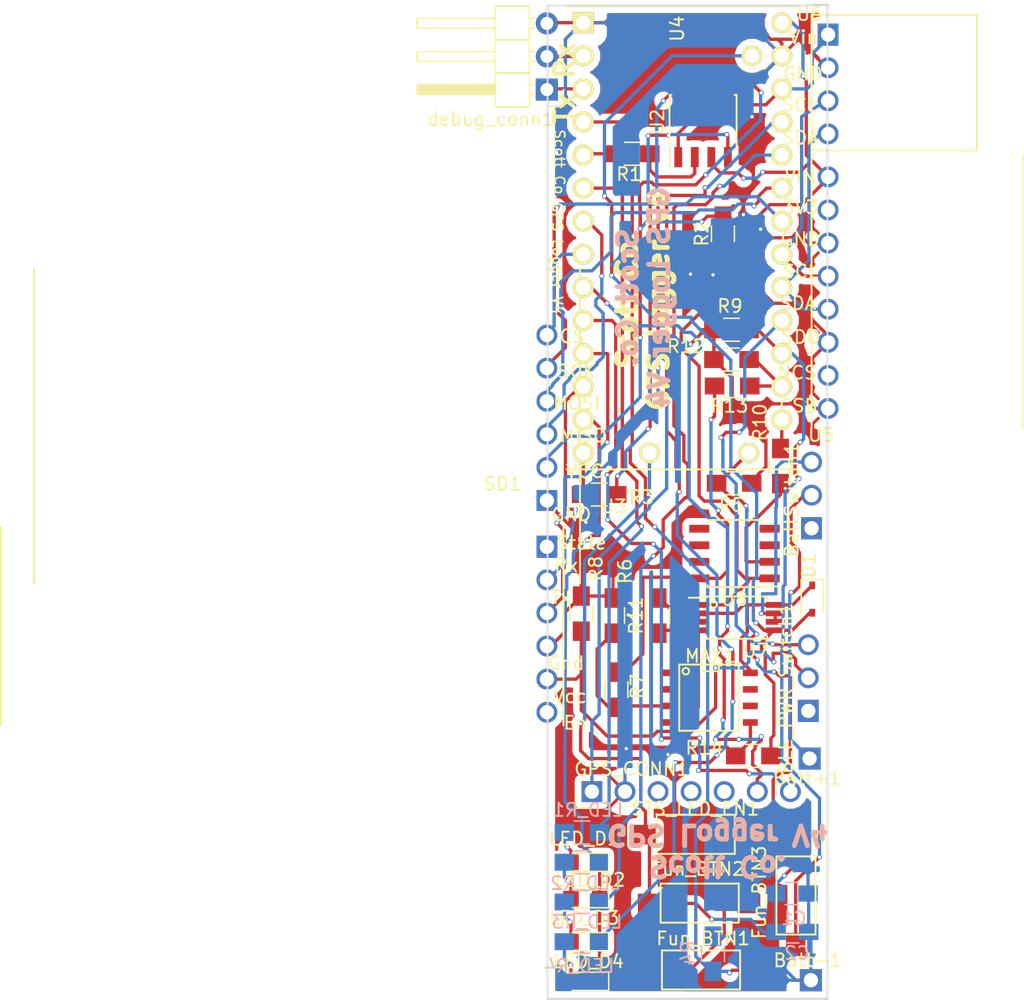
<source format=kicad_pcb>
(kicad_pcb (version 4) (host pcbnew 4.0.6)
  (layers (0 F.Cu signal) (31 B.Cu signal) (34 B.Paste user) (35 F.Paste user) (36 B.SilkS user hide) (37 F.SilkS user hide) (38 B.Mask user hide) (39 F.Mask user hide) (44 Edge.Cuts user))
  (net 0 "")
  (net 1 GND)
  (net 2 +3V3)
  (net 3 "Net-(Batt+1-Pad1)")
  (net 4 +BATT)
  (net 5 "Net-(SD1-Pad6)")
  (net 6 "Net-(SD1-Pad3)")
  (net 7 "Net-(MAX1-Pad4)")
  (net 8 "Net-(R1-Pad1)")
  (net 9 "Net-(R1-Pad2)")
  (net 10 "Net-(R2-Pad1)")
  (net 11 "Net-(LED_D1-Pad2)")
  (net 12 "Net-(LED_D1-Pad1)")
  (net 13 "Net-(LED_D2-Pad2)")
  (net 14 "Net-(LED_D3-Pad2)")
  (net 15 "Net-(LED_D4-Pad2)")
  (net 16 "Net-(BattSwitch1-Pad3)")
  (net 17 "Net-(BLE_PWR_Switch1-Pad2)")
  (net 18 "Net-(Fun_BTN1-Pad1)")
  (net 19 /BattPostSwitch)
  (net 20 /USBPower+)
  (net 21 "Net-(U4-Pad3)")
  (net 22 "Net-(U4-Pad2)")
  (net 23 "Net-(Fun_BTN2-Pad1)")
  (net 24 "Net-(MAX1-Pad3)")
  (net 25 "Net-(R10-Pad1)")
  (net 26 "Net-(R10-Pad2)")
  (net 27 "Net-(Fun_BTN3-Pad1)")
  (net 28 /BLE_Pwr_Pin17)
  (net 29 /GPS_Pwr)
  (net 30 /GPS_Tx_RX3_7)
  (net 31 /GPS_Rx_TX3_8)
  (net 32 /LED1_P4)
  (net 33 /LED2_P11)
  (net 34 /LED3_P22)
  (net 35 /LED4_P23)
  (net 36 /SD_En_P12)
  (net 37 /SD_SCK_P20)
  (net 38 /SD_MOSI_P21)
  (net 39 /BLE_Rx_TX2_10)
  (net 40 /BLE_Tx_RX2_9)
  (net 41 /SDA)
  (net 42 /SCL)
  (net 43 "Net-(R12-Pad1)")
  (net 44 "Net-(R12-Pad2)")
  (net 45 "Net-(R3-Pad2)")
  (module EbayParts:Teensy_LC (layer F.Cu) (at 143.6624 78.74 270)
    (fp_text reference U4 (at -16.0528 0.4064 270) (layer F.SilkS))
    (fp_text value Teensy-LC)
    (pad 19 thru_hole circle (at 16.51 -5.08 270) (size 1.6 1.6) (drill 1.1) (layers *.Cu *.Mask F.SilkS) (net 23 "Net-(Fun_BTN2-Pad1)"))
    (pad 4 thru_hole circle (at -8.89 7.62 270) (size 1.6 1.6) (drill 1.1) (layers *.Cu *.Mask F.SilkS) (net 18 "Net-(Fun_BTN1-Pad1)"))
    (pad 30 thru_hole circle (at -8.89 -7.62 270) (size 1.6 1.6) (drill 1.1) (layers *.Cu *.Mask F.SilkS) (net 35 /LED4_P23))
    (pad 29 thru_hole circle (at -6.35 -7.62 270) (size 1.6 1.6) (drill 1.1) (layers *.Cu *.Mask F.SilkS) (net 34 /LED3_P22))
    (pad 13 thru_hole circle (at 13.97 7.62 270) (size 1.6 1.6) (drill 1.1) (layers *.Cu *.Mask F.SilkS) (net 33 /LED2_P11))
    (pad 6 thru_hole circle (at -3.81 7.62 270) (size 1.6 1.6) (drill 1.1) (layers *.Cu *.Mask F.SilkS) (net 32 /LED1_P4))
    (pad 34 thru_hole circle (at -13.97 -5.334 270) (size 1.6 1.6) (drill 1.1) (layers *.Cu *.Mask F.SilkS) (net 20 /USBPower+))
    (pad 11 thru_hole circle (at 8.89 7.62 270) (size 1.6 1.6) (drill 1.1) (layers *.Cu *.Mask F.SilkS) (net 40 /BLE_Tx_RX2_9))
    (pad 3 thru_hole circle (at -11.43 7.62 270) (size 1.6 1.6) (drill 1.1) (layers *.Cu *.Mask F.SilkS) (net 21 "Net-(U4-Pad3)"))
    (pad 8 thru_hole circle (at 1.27 7.62 270) (size 1.6 1.6) (drill 1.1) (layers *.Cu *.Mask F.SilkS) (net 5 "Net-(SD1-Pad6)"))
    (pad 2 thru_hole circle (at -13.97 7.62 270) (size 1.6 1.6) (drill 1.1) (layers *.Cu *.Mask F.SilkS) (net 22 "Net-(U4-Pad2)"))
    (pad 27 thru_hole circle (at -1.27 -7.62 270) (size 1.6 1.6) (drill 1.1) (layers *.Cu *.Mask F.SilkS) (net 37 /SD_SCK_P20))
    (pad 21 thru_hole circle (at 13.97 -7.62 270) (size 1.6 1.6) (drill 1.1) (layers *.Cu *.Mask F.SilkS) (net 26 "Net-(R10-Pad2)"))
    (pad 16 thru_hole circle (at 16.51 2.54 270) (size 1.6 1.6) (drill 1.1) (layers *.Cu *.Mask F.SilkS) (net 2 +3V3))
    (pad 14 thru_hole circle (at 16.51 7.62 270) (size 1.6 1.6) (drill 1.1) (layers *.Cu *.Mask F.SilkS) (net 36 /SD_En_P12))
    (pad 22 thru_hole circle (at 11.43 -7.62 270) (size 1.6 1.6) (drill 1.1) (layers *.Cu *.Mask F.SilkS) (net 44 "Net-(R12-Pad2)"))
    (pad 23 thru_hole circle (at 8.89 -7.62 270) (size 1.6 1.6) (drill 1.1) (layers *.Cu *.Mask F.SilkS) (net 27 "Net-(Fun_BTN3-Pad1)"))
    (pad 24 thru_hole circle (at 6.35 -7.62 270) (size 1.6 1.6) (drill 1.1) (layers *.Cu *.Mask F.SilkS) (net 28 /BLE_Pwr_Pin17))
    (pad 25 thru_hole circle (at 3.81 -7.62 270) (size 1.6 1.6) (drill 1.1) (layers *.Cu *.Mask F.SilkS) (net 41 /SDA))
    (pad 26 thru_hole circle (at 1.27 -7.62 270) (size 1.6 1.6) (drill 1.1) (layers *.Cu *.Mask F.SilkS) (net 42 /SCL))
    (pad 28 thru_hole circle (at -3.81 -7.62 270) (size 1.6 1.6) (drill 1.1) (layers *.Cu *.Mask F.SilkS) (net 38 /SD_MOSI_P21))
    (pad 31 thru_hole circle (at -11.43 -7.62 270) (size 1.6 1.6) (drill 1.1) (layers *.Cu *.Mask F.SilkS) (net 2 +3V3))
    (pad 32 thru_hole circle (at -13.97 -7.62 270) (size 1.6 1.6) (drill 1.1) (layers *.Cu *.Mask F.SilkS) (net 1 GND))
    (pad 33 thru_hole circle (at -16.51 -7.62 270) (size 1.6 1.6) (drill 1.1) (layers *.Cu *.Mask F.SilkS) (net 4 +BATT))
    (pad 12 thru_hole circle (at 11.43 7.62 270) (size 1.6 1.6) (drill 1.1) (layers *.Cu *.Mask F.SilkS) (net 39 /BLE_Rx_TX2_10))
    (pad 10 thru_hole circle (at 6.35 7.62 270) (size 1.6 1.6) (drill 1.1) (layers *.Cu *.Mask F.SilkS) (net 31 /GPS_Rx_TX3_8))
    (pad 9 thru_hole circle (at 3.81 7.62 270) (size 1.6 1.6) (drill 1.1) (layers *.Cu *.Mask F.SilkS) (net 30 /GPS_Tx_RX3_7))
    (pad 7 thru_hole circle (at -1.27 7.62 270) (size 1.6 1.6) (drill 1.1) (layers *.Cu *.Mask F.SilkS) (net 6 "Net-(SD1-Pad3)"))
    (pad 5 thru_hole circle (at -6.35 7.62 270) (size 1.6 1.6) (drill 1.1) (layers *.Cu *.Mask F.SilkS) (net 9 "Net-(R1-Pad2)"))
    (pad 1 thru_hole rect (at -16.51 7.62 270) (size 1.6 1.6) (drill 1.1) (layers *.Cu *.Mask F.SilkS) (net 1 GND))
  )
  (module EbayParts:SDCard_Breakout (layer F.Cu) (at 93.8784 105.2576)
    (fp_text reference SD1 (at 35.9664 -7.62) (layer F.SilkS))
    (fp_text value SDCard_Breakout)
    (fp_text user GND (at 41.2496 -5.2832) (layer F.SilkS))
    (fp_text user VCC (at 42.2656 -8.5852) (layer F.SilkS))
    (fp_text user MISO (at 42.164 -11.3284) (layer F.SilkS))
    (fp_text user MOSI (at 41.656 -13.8176) (layer F.SilkS))
    (fp_text user SCK (at 41.656 -16.256) (layer F.SilkS))
    (fp_text user CS (at 41.3004 -18.9484) (layer F.SilkS))
    (pad 6 thru_hole circle (at 39.37 -19.05) (size 1.6 1.6) (drill 1.1) (layers *.Cu *.Mask) (net 5 "Net-(SD1-Pad6)"))
    (pad 5 thru_hole circle (at 39.37 -16.51) (size 1.6 1.6) (drill 1.1) (layers *.Cu *.Mask) (net 37 /SD_SCK_P20))
    (pad 4 thru_hole circle (at 39.37 -13.97) (size 1.6 1.6) (drill 1.1) (layers *.Cu *.Mask) (net 38 /SD_MOSI_P21))
    (pad 3 thru_hole circle (at 39.37 -11.43) (size 1.6 1.6) (drill 1.1) (layers *.Cu *.Mask) (net 6 "Net-(SD1-Pad3)"))
    (pad 2 thru_hole circle (at 39.37 -8.89) (size 1.6 1.6) (drill 1.1) (layers *.Cu *.Mask) (net 10 "Net-(R2-Pad1)"))
    (pad 1 thru_hole rect (at 39.37 -6.35) (size 1.6 1.6) (drill 1.1) (layers *.Cu *.Mask) (net 1 GND))
  )
  (module Capacitors_SMD:C_0805_HandSoldering (layer B.Cu) (at 152.0444 129.0828)
    (fp_text reference C1 (at 0.162 1.904) (layer B.SilkS) (effects (justify mirror)))
    (fp_text value 82nF)
    (pad 1 smd rect (at -1.25 0) (size 1.5 1.25) (layers B.Cu B.Paste B.Mask) (net 2 +3V3))
    (pad 2 smd rect (at 1.25 0) (size 1.5 1.25) (layers B.Cu B.Paste B.Mask) (net 1 GND))
  )
  (module Capacitors_SMD:C_0805_HandSoldering (layer B.Cu) (at 152.0952 132.0292)
    (fp_text reference C2 (at 0.3556 1.6256) (layer B.SilkS) (effects (justify mirror)))
    (fp_text value 2.2uF)
    (pad 1 smd rect (at -1.25 0) (size 1.5 1.25) (layers B.Cu B.Paste B.Mask) (net 2 +3V3))
    (pad 2 smd rect (at 1.25 0) (size 1.5 1.25) (layers B.Cu B.Paste B.Mask) (net 1 GND))
  )
  (module Resistors_SMD:R_0805_HandSoldering (layer F.Cu) (at 139.8016 72.2884 180)
    (fp_text reference R1 (at 0.254 -1.5748 180) (layer F.SilkS))
    (fp_text value 10k)
    (pad 1 smd rect (at -1.35 0 180) (size 1.5 1.3) (layers F.Cu F.Paste F.Mask) (net 8 "Net-(R1-Pad1)"))
    (pad 2 smd rect (at 1.35 0 180) (size 1.5 1.3) (layers F.Cu F.Paste F.Mask) (net 9 "Net-(R1-Pad2)"))
  )
  (module Resistors_SMD:R_0805_HandSoldering (layer F.Cu) (at 146.7612 78.4352 270)
    (fp_text reference R2 (at 0 1.6256 450) (layer F.SilkS))
    (fp_text value 100k)
    (pad 1 smd rect (at -1.35 0 270) (size 1.5 1.3) (layers F.Cu F.Paste F.Mask) (net 10 "Net-(R2-Pad1)"))
    (pad 2 smd rect (at 1.35 0 270) (size 1.5 1.3) (layers F.Cu F.Paste F.Mask) (net 1 GND))
  )
  (module Resistors_SMD:R_0805_HandSoldering (layer F.Cu) (at 137.2616 98.4504)
    (fp_text reference R3 (at 3.2512 0.2032) (layer F.SilkS))
    (fp_text value 10k)
    (pad 1 smd rect (at -1.35 0) (size 1.5 1.3) (layers F.Cu F.Paste F.Mask) (net 36 /SD_En_P12))
    (pad 2 smd rect (at 1.35 0) (size 1.5 1.3) (layers F.Cu F.Paste F.Mask) (net 45 "Net-(R3-Pad2)"))
  )
  (module Resistors_SMD:R_0805_HandSoldering (layer F.Cu) (at 135.89 107.5944 270)
    (fp_text reference R6 (at -3.2512 -3.3528 270) (layer F.SilkS))
    (fp_text value 100k)
    (pad 1 smd rect (at -1.35 0 270) (size 1.5 1.3) (layers F.Cu F.Paste F.Mask) (net 1 GND))
    (pad 2 smd rect (at 1.35 0 270) (size 1.5 1.3) (layers F.Cu F.Paste F.Mask) (net 17 "Net-(BLE_PWR_Switch1-Pad2)"))
  )
  (module Resistors_SMD:R_0805_HandSoldering (layer F.Cu) (at 138.3284 107.7468 270)
    (fp_text reference R8 (at -3.6068 1.3208 270) (layer F.SilkS))
    (fp_text value 56k)
    (pad 1 smd rect (at -1.35 0 270) (size 1.5 1.3) (layers F.Cu F.Paste F.Mask) (net 1 GND))
    (pad 2 smd rect (at 1.35 0 270) (size 1.5 1.3) (layers F.Cu F.Paste F.Mask) (net 24 "Net-(MAX1-Pad3)"))
  )
  (module Resistors_SMD:R_0805_HandSoldering (layer F.Cu) (at 147.4724 90.1192)
    (fp_text reference R12 (at -3.556 -3.048) (layer F.SilkS))
    (fp_text value 82k)
    (pad 1 smd rect (at -1.35 0) (size 1.5 1.3) (layers F.Cu F.Paste F.Mask) (net 43 "Net-(R12-Pad1)"))
    (pad 2 smd rect (at 1.35 0) (size 1.5 1.3) (layers F.Cu F.Paste F.Mask) (net 44 "Net-(R12-Pad2)"))
  )
  (module EbayParts:SOIC-8-N (layer F.Cu) (at 145.6944 114.046 270)
    (fp_text reference MAX1 (at -3.2004 -0.1016 540) (layer F.SilkS))
    (fp_text value MAX8212)
    (pad 8 smd rect (at -1.905 -3.175 270) (size 0.508 1.143) (layers F.Cu F.Paste F.Mask) (net 19 /BattPostSwitch))
    (pad 7 smd rect (at -0.635 -3.175 270) (size 0.508 1.143) (layers F.Cu F.Paste F.Mask))
    (pad 6 smd rect (at 0.635 -3.175 270) (size 0.508 1.143) (layers F.Cu F.Paste F.Mask))
    (pad 5 smd rect (at 1.905 -3.175 270) (size 0.508 1.143) (layers F.Cu F.Paste F.Mask) (net 1 GND))
    (pad 4 smd rect (at 1.905 3.175 270) (size 0.508 1.143) (layers F.Cu F.Paste F.Mask) (net 7 "Net-(MAX1-Pad4)"))
    (pad 3 smd rect (at 0.635 3.175 270) (size 0.508 1.143) (layers F.Cu F.Paste F.Mask) (net 24 "Net-(MAX1-Pad3)"))
    (pad 2 smd rect (at -0.635 3.175 270) (size 0.508 1.143) (layers F.Cu F.Paste F.Mask))
    (pad 1 smd rect (at -1.905 3.175 270) (size 0.508 1.143) (layers F.Cu F.Paste F.Mask))
  )
  (module LEDs:LED_0805 (layer F.Cu) (at 136.1956 126.6812 180)
    (fp_text reference LED_D1 (at 0.084 1.806 180) (layer F.SilkS))
    (fp_text value BLUE)
    (pad 2 smd rect (at 1.1 0) (size 1.2 1.2) (layers F.Cu F.Paste F.Mask) (net 11 "Net-(LED_D1-Pad2)"))
    (pad 1 smd rect (at -1.1 0) (size 1.2 1.2) (layers F.Cu F.Paste F.Mask) (net 12 "Net-(LED_D1-Pad1)"))
  )
  (module LEDs:LED_0805 (layer F.Cu) (at 136.1956 129.4752 180)
    (fp_text reference LED_D2 (at -0.36 1.44 180) (layer F.SilkS))
    (fp_text value GREEN)
    (pad 2 smd rect (at 1.1 0) (size 1.2 1.2) (layers F.Cu F.Paste F.Mask) (net 13 "Net-(LED_D2-Pad2)"))
    (pad 1 smd rect (at -1.1 0) (size 1.2 1.2) (layers F.Cu F.Paste F.Mask) (net 12 "Net-(LED_D1-Pad1)"))
  )
  (module LEDs:LED_0805 (layer F.Cu) (at 136.1956 132.7772 180)
    (fp_text reference LED_D3 (at 0.104 1.822 180) (layer F.SilkS))
    (fp_text value RED)
    (pad 2 smd rect (at 1.1 0) (size 1.2 1.2) (layers F.Cu F.Paste F.Mask) (net 14 "Net-(LED_D3-Pad2)"))
    (pad 1 smd rect (at -1.1 0) (size 1.2 1.2) (layers F.Cu F.Paste F.Mask) (net 12 "Net-(LED_D1-Pad1)"))
  )
  (module LEDs:LED_0805 (layer F.Cu) (at 136.1956 135.8252 180)
    (fp_text reference LED_D4 (at -0.254 1.524 180) (layer F.SilkS))
    (fp_text value ORANGE)
    (pad 2 smd rect (at 1.1 0) (size 1.2 1.2) (layers F.Cu F.Paste F.Mask) (net 15 "Net-(LED_D4-Pad2)"))
    (pad 1 smd rect (at -1.1 0) (size 1.2 1.2) (layers F.Cu F.Paste F.Mask) (net 12 "Net-(LED_D1-Pad1)"))
  )
  (module Resistors_SMD:R_0805_HandSoldering (layer B.Cu) (at 135.9416 124.3952)
    (fp_text reference LED_R1 (at 0.444 -1.73) (layer B.SilkS) (effects (justify mirror)))
    (fp_text value 5.6)
    (pad 1 smd rect (at -1.35 0) (size 1.5 1.3) (layers B.Cu B.Paste B.Mask) (net 11 "Net-(LED_D1-Pad2)"))
    (pad 2 smd rect (at 1.35 0) (size 1.5 1.3) (layers B.Cu B.Paste B.Mask) (net 32 /LED1_P4))
  )
  (module Resistors_SMD:R_0805_HandSoldering (layer B.Cu) (at 135.9416 126.6812)
    (fp_text reference LED_R2 (at 0.284 1.606) (layer B.SilkS) (effects (justify mirror)))
    (fp_text value 10)
    (pad 1 smd rect (at -1.35 0) (size 1.5 1.3) (layers B.Cu B.Paste B.Mask) (net 13 "Net-(LED_D2-Pad2)"))
    (pad 2 smd rect (at 1.35 0) (size 1.5 1.3) (layers B.Cu B.Paste B.Mask) (net 33 /LED2_P11))
  )
  (module Resistors_SMD:R_0805_HandSoldering (layer B.Cu) (at 135.9416 129.7292)
    (fp_text reference LED_R3 (at 0.384 1.528) (layer B.SilkS) (effects (justify mirror)))
    (fp_text value 56)
    (pad 1 smd rect (at -1.35 0) (size 1.5 1.3) (layers B.Cu B.Paste B.Mask) (net 14 "Net-(LED_D3-Pad2)"))
    (pad 2 smd rect (at 1.35 0) (size 1.5 1.3) (layers B.Cu B.Paste B.Mask) (net 34 /LED3_P22))
  )
  (module Resistors_SMD:R_0805_HandSoldering (layer B.Cu) (at 135.9416 132.7772)
    (fp_text reference LED_R4 (at -0.234 1.864) (layer B.SilkS) (effects (justify mirror)))
    (fp_text value 56)
    (pad 1 smd rect (at -1.35 0) (size 1.5 1.3) (layers B.Cu B.Paste B.Mask) (net 15 "Net-(LED_D4-Pad2)"))
    (pad 2 smd rect (at 1.35 0) (size 1.5 1.3) (layers B.Cu B.Paste B.Mask) (net 35 /LED4_P23))
  )
  (module EbayParts:Pin_Header_1x01_Pitch2.54mm (layer F.Cu) (at 153.416 118.7196)
    (fp_text reference Batt+1 (at -0.2032 1.524) (layer F.SilkS))
    (fp_text value +Batt)
    (pad 1 thru_hole rect (at 0 0) (size 1.7 1.7) (drill 1.1) (layers *.Cu *.Mask) (net 3 "Net-(Batt+1-Pad1)"))
  )
  (module EbayParts:Pin_Header_1x01_Pitch2.54mm (layer F.Cu) (at 153.5176 135.7376)
    (fp_text reference Batt-1 (at -0.254 -1.524 180) (layer F.SilkS))
    (fp_text value -Batt)
    (pad 1 thru_hole rect (at 0 0) (size 1.7 1.7) (drill 1.1) (layers *.Cu *.Mask) (net 1 GND))
  )
  (module Diodes_SMD:D_SOD-323 (layer F.Cu) (at 153.6192 106.4768 270)
    (fp_text reference D1 (at -2.5908 0.254 270) (layer F.SilkS))
    (fp_text value D)
    (pad 1 smd rect (at -1.05 0 270) (size 0.6 0.45) (layers F.Cu F.Paste F.Mask) (net 19 /BattPostSwitch))
    (pad 2 smd rect (at 1.05 0 270) (size 0.6 0.45) (layers F.Cu F.Paste F.Mask) (net 20 /USBPower+))
  )
  (module Resistors_SMD:R_0805_HandSoldering (layer B.Cu) (at 145.9992 133.7056 90)
    (fp_text reference R4 (at 0.066 -1.93 90) (layer B.SilkS) (effects (justify mirror)))
    (fp_text value 10k)
    (pad 1 smd rect (at -1.35 0 90) (size 1.5 1.3) (layers B.Cu B.Paste B.Mask) (net 18 "Net-(Fun_BTN1-Pad1)"))
    (pad 2 smd rect (at 1.35 0 90) (size 1.5 1.3) (layers B.Cu B.Paste B.Mask) (net 1 GND))
  )
  (module Resistors_SMD:R_0805_HandSoldering (layer F.Cu) (at 147.6248 97.5868)
    (fp_text reference R5 (at -0.2032 1.6764) (layer F.SilkS))
    (fp_text value 10k)
    (pad 1 smd rect (at -1.35 0) (size 1.5 1.3) (layers F.Cu F.Paste F.Mask) (net 23 "Net-(Fun_BTN2-Pad1)"))
    (pad 2 smd rect (at 1.35 0) (size 1.5 1.3) (layers F.Cu F.Paste F.Mask) (net 1 GND))
  )
  (module Resistors_SMD:R_0805_HandSoldering (layer F.Cu) (at 138.5824 113.4364 90)
    (fp_text reference R7 (at 0.254 1.6256 90) (layer F.SilkS))
    (fp_text value 100k)
    (pad 1 smd rect (at -1.35 0 90) (size 1.5 1.3) (layers F.Cu F.Paste F.Mask) (net 24 "Net-(MAX1-Pad3)"))
    (pad 2 smd rect (at 1.35 0 90) (size 1.5 1.3) (layers F.Cu F.Paste F.Mask) (net 4 +BATT))
  )
  (module Resistors_SMD:R_0805_HandSoldering (layer F.Cu) (at 147.4216 85.8012 180)
    (fp_text reference R9 (at 0.118 1.816 180) (layer F.SilkS))
    (fp_text value 10k)
    (pad 1 smd rect (at -1.35 0 180) (size 1.5 1.3) (layers F.Cu F.Paste F.Mask) (net 27 "Net-(Fun_BTN3-Pad1)"))
    (pad 2 smd rect (at 1.35 0 180) (size 1.5 1.3) (layers F.Cu F.Paste F.Mask) (net 1 GND))
  )
  (module Resistors_SMD:R_0805_HandSoldering (layer F.Cu) (at 151.1808 96.266 90)
    (fp_text reference R10 (at 3.3528 -1.5748 90) (layer F.SilkS))
    (fp_text value 10k)
    (pad 1 smd rect (at -1.35 0 90) (size 1.5 1.3) (layers F.Cu F.Paste F.Mask) (net 25 "Net-(R10-Pad1)"))
    (pad 2 smd rect (at 1.35 0 90) (size 1.5 1.3) (layers F.Cu F.Paste F.Mask) (net 26 "Net-(R10-Pad2)"))
  )
  (module Resistors_SMD:R_0805_HandSoldering (layer F.Cu) (at 141.7828 107.7468 90)
    (fp_text reference R11 (at 0 -1.7 90) (layer F.SilkS))
    (fp_text value 1M)
    (pad 1 smd rect (at -1.35 0 90) (size 1.5 1.3) (layers F.Cu F.Paste F.Mask) (net 7 "Net-(MAX1-Pad4)"))
    (pad 2 smd rect (at 1.35 0 90) (size 1.5 1.3) (layers F.Cu F.Paste F.Mask) (net 19 /BattPostSwitch))
  )
  (module EbayParts:TSSOP-8_4.4x3mm_Pitch0.65mm_custom (layer F.Cu) (at 147.828 107.8992)
    (fp_text reference U7 (at 1.4732 2.54) (layer F.SilkS))
    (fp_text value Si6943DQ)
    (pad 1 smd rect (at -2.95 -0.975) (size 1.45 0.45) (layers F.Cu F.Paste F.Mask) (net 4 +BATT))
    (pad 2 smd rect (at -2.95 -0.325) (size 1.45 0.45) (layers F.Cu F.Paste F.Mask) (net 19 /BattPostSwitch))
    (pad 3 smd rect (at -2.95 0.325) (size 1.45 0.45) (layers F.Cu F.Paste F.Mask) (net 19 /BattPostSwitch))
    (pad 4 smd rect (at -2.95 0.975) (size 1.45 0.45) (layers F.Cu F.Paste F.Mask) (net 7 "Net-(MAX1-Pad4)"))
    (pad 5 smd rect (at 2.95 0.975) (size 1.45 0.45) (layers F.Cu F.Paste F.Mask) (net 20 /USBPower+))
    (pad 6 smd rect (at 2.95 0.325) (size 1.45 0.45) (layers F.Cu F.Paste F.Mask) (net 16 "Net-(BattSwitch1-Pad3)"))
    (pad 7 smd rect (at 2.95 -0.325) (size 1.45 0.45) (layers F.Cu F.Paste F.Mask) (net 16 "Net-(BattSwitch1-Pad3)"))
    (pad 8 smd rect (at 2.95 -0.975) (size 1.45 0.45) (layers F.Cu F.Paste F.Mask) (net 19 /BattPostSwitch))
  )
  (module Resistors_SMD:R_0805_HandSoldering (layer F.Cu) (at 147.4216 88.0872 180)
    (fp_text reference R13 (at 0.1524 -3.556 180) (layer F.SilkS))
    (fp_text value 22k)
    (pad 1 smd rect (at -1.35 0 180) (size 1.5 1.3) (layers F.Cu F.Paste F.Mask) (net 44 "Net-(R12-Pad2)"))
    (pad 2 smd rect (at 1.35 0 180) (size 1.5 1.3) (layers F.Cu F.Paste F.Mask) (net 1 GND))
  )
  (module EbayParts:GY-91 (layer F.Cu) (at 153.5684 93.3704)
    (fp_text reference U5 (at 0.7358 0.51184) (layer F.SilkS))
    (fp_text value GY-91)
    (fp_text user CSB (at -1.016 -1.7272) (layer F.SilkS))
    (fp_text user NCS (at -1.1176 -4.2672) (layer F.SilkS))
    (fp_text user SDO (at -0.8128 -7.0104) (layer F.SilkS))
    (fp_text user SDA (at -1.0668 -9.6012) (layer F.SilkS))
    (fp_text user SCL (at -0.8636 -12.0396) (layer F.SilkS))
    (fp_text user GND (at -0.8636 -14.5288) (layer F.SilkS))
    (fp_text user 3V3 (at -0.8636 -16.9672) (layer F.SilkS))
    (fp_text user VIN (at -0.8636 -19.304) (layer F.SilkS))
    (pad 1 thru_hole circle (at 1.27 -19.304) (size 1.6 1.6) (drill 1.1) (layers *.Cu *.Mask) (net 4 +BATT))
    (pad 2 thru_hole circle (at 1.27 -16.764) (size 1.6 1.6) (drill 1.1) (layers *.Cu *.Mask))
    (pad 3 thru_hole circle (at 1.27 -14.224) (size 1.6 1.6) (drill 1.1) (layers *.Cu *.Mask) (net 1 GND))
    (pad 4 thru_hole circle (at 1.27 -11.684) (size 1.6 1.6) (drill 1.1) (layers *.Cu *.Mask) (net 42 /SCL))
    (pad 5 thru_hole circle (at 1.27 -9.144) (size 1.6 1.6) (drill 1.1) (layers *.Cu *.Mask) (net 41 /SDA))
    (pad 6 thru_hole circle (at 1.27 -6.604) (size 1.6 1.6) (drill 1.1) (layers *.Cu *.Mask) (net 1 GND))
    (pad 7 thru_hole circle (at 1.27 -4.064) (size 1.6 1.6) (drill 1.1) (layers *.Cu *.Mask))
    (pad 8 thru_hole circle (at 1.27 -1.524) (size 1.6 1.6) (drill 1.1) (layers *.Cu *.Mask) (net 1 GND))
  )
  (module EbayParts:SMD_Switch_3x6 (layer F.Cu) (at 148.082 133.4516 180)
    (fp_text reference Fun_BTN1 (at 2.8448 0.9144 180) (layer F.SilkS))
    (fp_text value LVCutoff_reset)
    (pad 2 smd rect (at 6.858 -1.524 180) (size 1.778 1.5) (layers F.Cu F.Paste F.Mask) (net 2 +3V3))
    (pad 1 smd rect (at -0.762 -1.524 180) (size 1.778 1.5) (layers F.Cu F.Paste F.Mask) (net 18 "Net-(Fun_BTN1-Pad1)"))
  )
  (module EbayParts:SMD_Switch_3x6 (layer F.Cu) (at 147.9804 128.3208 180)
    (fp_text reference Fun_BTN2 (at 3.1496 1.1176 180) (layer F.SilkS))
    (fp_text value LVCutoff_reset)
    (pad 2 smd rect (at 6.858 -1.524 180) (size 1.778 1.5) (layers F.Cu F.Paste F.Mask) (net 2 +3V3))
    (pad 1 smd rect (at -0.762 -1.524 180) (size 1.778 1.5) (layers F.Cu F.Paste F.Mask) (net 23 "Net-(Fun_BTN2-Pad1)"))
  )
  (module EbayParts:SMD_Switch_3x6 (layer F.Cu) (at 153.8732 132.2324 90)
    (fp_text reference Fun_BTN3 (at 3.2372 -4.3188 90) (layer F.SilkS))
    (fp_text value Fun_BTN)
    (pad 2 smd rect (at 6.858 -1.524 90) (size 1.778 1.5) (layers F.Cu F.Paste F.Mask) (net 2 +3V3))
    (pad 1 smd rect (at -0.762 -1.524 90) (size 1.778 1.5) (layers F.Cu F.Paste F.Mask) (net 27 "Net-(Fun_BTN3-Pad1)"))
  )
  (module EbayParts:SMD_Switch_3x6 (layer F.Cu) (at 147.6756 123.0376 180)
    (fp_text reference STS_LED_EN1 (at 3.034 0.4564 180) (layer F.SilkS))
    (fp_text value STS_LED_EN)
    (pad 2 smd rect (at 6.858 -1.524 180) (size 1.778 1.5) (layers F.Cu F.Paste F.Mask) (net 2 +3V3))
    (pad 1 smd rect (at -0.762 -1.524 180) (size 1.778 1.5) (layers F.Cu F.Paste F.Mask) (net 12 "Net-(LED_D1-Pad1)"))
  )
  (module Resistors_SMD:R_0805_HandSoldering (layer F.Cu) (at 149.098 118.5164)
    (fp_text reference R14 (at -3.7592 -0.6096) (layer F.SilkS))
    (fp_text value 100k)
    (pad 1 smd rect (at -1.35 0) (size 1.5 1.3) (layers F.Cu F.Paste F.Mask) (net 1 GND))
    (pad 2 smd rect (at 1.35 0) (size 1.5 1.3) (layers F.Cu F.Paste F.Mask) (net 20 /USBPower+))
  )
  (module EbayParts:BME280_tiny (layer F.Cu) (at 154.8384 63.1444)
    (fp_text reference U6 (at -1.4224 -1.5748) (layer F.SilkS))
    (fp_text value BME280)
    (fp_text user SDA (at -2.1336 7.9248) (layer F.SilkS))
    (fp_text user SCL (at -2.1844 5.3848) (layer F.SilkS))
    (fp_text user GND (at -1.9304 2.9972) (layer F.SilkS))
    (fp_text user Vin (at -1.8796 0.2032) (layer F.SilkS))
    (pad 4 thru_hole circle (at 0 7.62) (size 1.6 1.6) (drill 1.1) (layers *.Cu *.Mask) (net 41 /SDA))
    (pad 1 thru_hole rect (at 0 0) (size 1.6 1.7) (drill 1.1) (layers *.Cu *.Mask) (net 2 +3V3))
    (pad 2 thru_hole circle (at 0 2.54) (size 1.6 1.6) (drill 1.1) (layers *.Cu *.Mask) (net 1 GND))
    (pad 3 thru_hole circle (at 0 5.08) (size 1.6 1.6) (drill 1.1) (layers *.Cu *.Mask) (net 42 /SCL))
  )
  (module EbayParts:Pin_Header_Angled_1x07_Pitch2.54mm (layer F.Cu) (at 136.7028 121.2596 90)
    (fp_text reference GPS_CONN1 (at 1.7272 3.048 180) (layer F.SilkS))
    (fp_text value "GPS Connector")
    (pad 1 thru_hole rect (at 0 0 90) (size 1.6 1.6) (drill 1.1) (layers *.Cu *.Mask) (net 29 /GPS_Pwr))
    (pad 2 thru_hole circle (at 0 2.54 90) (size 1.6 1.6) (drill 1.1) (layers *.Cu *.Mask) (net 1 GND))
    (pad 3 thru_hole circle (at 0 5.08 90) (size 1.6 1.6) (drill 1.1) (layers *.Cu *.Mask))
    (pad 4 thru_hole circle (at 0 7.62 90) (size 1.6 1.6) (drill 1.1) (layers *.Cu *.Mask))
    (pad 5 thru_hole circle (at 0 10.16 90) (size 1.6 1.6) (drill 1.1) (layers *.Cu *.Mask))
    (pad 6 thru_hole circle (at 0 12.7 90) (size 1.6 1.6) (drill 1.1) (layers *.Cu *.Mask) (net 30 /GPS_Tx_RX3_7))
    (pad 7 thru_hole circle (at 0 15.24 90) (size 1.6 1.6) (drill 1.1) (layers *.Cu *.Mask) (net 31 /GPS_Rx_TX3_8))
  )
  (module EbayParts:HM-10_breakout (layer F.Cu) (at 133.2484 102.4636)
    (fp_text reference U3 (at 5.1308 -3.0988) (layer F.SilkS))
    (fp_text value BLE_module)
    (fp_text user En (at 2.1844 13.5128) (layer F.SilkS))
    (fp_text user Vcc (at 1.778 11.4808) (layer F.SilkS))
    (fp_text user Gnd (at 1.4732 8.9408) (layer F.SilkS))
    (fp_text user Tx (at 1.0668 3.8608) (layer F.SilkS))
    (fp_text user Rx (at 1.4732 1.4224) (layer F.SilkS))
    (fp_text user State (at 2.6416 -0.3048) (layer F.SilkS))
    (pad 6 thru_hole circle (at 0 12.7) (size 1.6 1.6) (drill 1.1) (layers *.Cu *.Mask))
    (pad 5 thru_hole circle (at 0 10.16) (size 1.6 1.6) (drill 1.1) (layers *.Cu *.Mask) (net 17 "Net-(BLE_PWR_Switch1-Pad2)"))
    (pad 4 thru_hole circle (at 0 7.62) (size 1.6 1.6) (drill 1.1) (layers *.Cu *.Mask) (net 1 GND))
    (pad 1 thru_hole rect (at 0 0) (size 1.6 1.7) (drill 1.1) (layers *.Cu *.Mask))
    (pad 2 thru_hole circle (at 0 2.54) (size 1.6 1.6) (drill 1.1) (layers *.Cu *.Mask) (net 39 /BLE_Rx_TX2_10))
    (pad 3 thru_hole circle (at 0 5.08) (size 1.6 1.6) (drill 1.1) (layers *.Cu *.Mask) (net 40 /BLE_Tx_RX2_9))
  )
  (module EbayParts:Pin_Header_1x03_Pitch2.54mm (layer F.Cu) (at 153.5684 101.0412 180)
    (fp_text reference BattSwitch1 (at 1.524 2.1844 270) (layer F.SilkS))
    (fp_text value BattSwitch hide)
    (pad 1 thru_hole rect (at 0 0 180) (size 1.6 1.7) (drill 1.1) (layers *.Cu *.Mask))
    (pad 2 thru_hole circle (at 0 2.54 180) (size 1.6 1.6) (drill 1.1) (layers *.Cu *.Mask) (net 3 "Net-(Batt+1-Pad1)"))
    (pad 3 thru_hole circle (at 0 5.08 180) (size 1.6 1.6) (drill 1.1) (layers *.Cu *.Mask) (net 16 "Net-(BattSwitch1-Pad3)"))
  )
  (module EbayParts:Pin_Header_1x03_Pitch2.54mm (layer F.Cu) (at 153.3144 115.062 180)
    (fp_text reference BLE_PWR_Switch1 (at 1.7272 1.7272 270) (layer F.SilkS))
    (fp_text value BLE_PWR_Switch hide)
    (pad 1 thru_hole rect (at 0 0 180) (size 1.6 1.7) (drill 1.1) (layers *.Cu *.Mask))
    (pad 2 thru_hole circle (at 0 2.54 180) (size 1.6 1.6) (drill 1.1) (layers *.Cu *.Mask) (net 17 "Net-(BLE_PWR_Switch1-Pad2)"))
    (pad 3 thru_hole circle (at 0 5.08 180) (size 1.6 1.6) (drill 1.1) (layers *.Cu *.Mask) (net 28 /BLE_Pwr_Pin17))
  )
  (module Pin_Headers:Pin_Header_Angled_1x03_Pitch2.54mm (layer F.Cu) (at 133.2484 67.3608 180)
    (fp_text reference debug_conn1 (at 4.315 -2.27 180) (layer F.SilkS))
    (fp_text value debug_conn)
    (pad 1 thru_hole rect (at 0 0 180) (size 1.7 1.7) (drill 1) (layers *.Cu *.Mask) (net 21 "Net-(U4-Pad3)"))
    (pad 2 thru_hole oval (at 0 2.54 180) (size 1.7 1.7) (drill 1) (layers *.Cu *.Mask) (net 22 "Net-(U4-Pad2)"))
    (pad 3 thru_hole oval (at 0 5.08 180) (size 1.7 1.7) (drill 1) (layers *.Cu *.Mask) (net 1 GND))
  )
  (module Housings_SOIC:SOIC-8_3.9x4.9mm_Pitch1.27mm (layer F.Cu) (at 145.2372 69.85 90)
    (fp_text reference U2 (at 0 -3.5 90) (layer F.SilkS))
    (fp_text value APM4953)
    (pad 1 smd rect (at -2.7 -1.905 90) (size 1.55 0.6) (layers F.Cu F.Paste F.Mask) (net 2 +3V3))
    (pad 2 smd rect (at -2.7 -0.635 90) (size 1.55 0.6) (layers F.Cu F.Paste F.Mask) (net 8 "Net-(R1-Pad1)"))
    (pad 3 smd rect (at -2.7 0.635 90) (size 1.55 0.6) (layers F.Cu F.Paste F.Mask) (net 4 +BATT))
    (pad 4 smd rect (at -2.7 1.905 90) (size 1.55 0.6) (layers F.Cu F.Paste F.Mask) (net 45 "Net-(R3-Pad2)"))
    (pad 5 smd rect (at 2.7 1.905 90) (size 1.55 0.6) (layers F.Cu F.Paste F.Mask) (net 10 "Net-(R2-Pad1)"))
    (pad 6 smd rect (at 2.7 0.635 90) (size 1.55 0.6) (layers F.Cu F.Paste F.Mask) (net 10 "Net-(R2-Pad1)"))
    (pad 7 smd rect (at 2.7 -0.635 90) (size 1.55 0.6) (layers F.Cu F.Paste F.Mask))
    (pad 8 smd rect (at 2.7 -1.905 90) (size 1.55 0.6) (layers F.Cu F.Paste F.Mask) (net 29 /GPS_Pwr))
  )
  (module Housings_SOIC:SOIC-8_3.9x4.9mm_Pitch1.27mm (layer F.Cu) (at 147.64512 102.98176 180)
    (fp_text reference U8 (at 0 -3.5 180) (layer F.SilkS))
    (fp_text value APM4953)
    (pad 1 smd rect (at -2.7 -1.905 180) (size 1.55 0.6) (layers F.Cu F.Paste F.Mask) (net 4 +BATT))
    (pad 2 smd rect (at -2.7 -0.635 180) (size 1.55 0.6) (layers F.Cu F.Paste F.Mask) (net 25 "Net-(R10-Pad1)"))
    (pad 3 smd rect (at -2.7 0.635 180) (size 1.55 0.6) (layers F.Cu F.Paste F.Mask))
    (pad 4 smd rect (at -2.7 1.905 180) (size 1.55 0.6) (layers F.Cu F.Paste F.Mask))
    (pad 5 smd rect (at 2.7 1.905 180) (size 1.55 0.6) (layers F.Cu F.Paste F.Mask))
    (pad 6 smd rect (at 2.7 0.635 180) (size 1.55 0.6) (layers F.Cu F.Paste F.Mask))
    (pad 7 smd rect (at 2.7 -0.635 180) (size 1.55 0.6) (layers F.Cu F.Paste F.Mask))
    (pad 8 smd rect (at 2.7 -1.905 180) (size 1.55 0.6) (layers F.Cu F.Paste F.Mask) (net 43 "Net-(R12-Pad1)"))
  )
  (gr_text "GPS Logger V4" (at 134.0612 80.3148 270) (layer F.SilkS) (effects (font (size 0.762 0.762) (thickness 0.127))))
  (gr_text "Scott Co." (at 134.2136 73.1012 270) (layer F.SilkS) (effects (font (size 0.762 0.762) (thickness 0.127))))
  (gr_text "Scott Co.\nGPS Logger V4" (at 146.3548 125.7808 180) (layer B.SilkS) (effects (font (size 1.5 1.5) (thickness 0.375)) (justify mirror)))
  (gr_text "Scott Co.\nGPS Logger V4" (at 140.6652 83.312 90) (layer B.SilkS) (effects (font (size 1.5 1.5) (thickness 0.375)) (justify mirror)))
  (gr_line (start 154.7876 137.16) (end 133.2992 137.16) (angle 90) (layer Edge.Cuts) (width 0.15))
  (gr_line (start 154.7876 137.2108) (end 154.686 137.2108) (angle 90) (layer Edge.Cuts) (width 0.15))
  (gr_line (start 154.7876 60.9092) (end 154.7876 137.2108) (angle 90) (layer Edge.Cuts) (width 0.15))
  (gr_line (start 153.7208 60.8584) (end 154.8384 60.8584) (angle 90) (layer Edge.Cuts) (width 0.15))
  (gr_line (start 153.7208 60.9092) (end 133.35 60.9092) (angle 90) (layer Edge.Cuts) (width 0.15))
  (gr_text "Tx Rx" (at 134.62 66.9036 90) (layer F.SilkS) (effects (font (size 1.5 1.5) (thickness 0.3))))
  (gr_line (start 153.1628 60.8952) (end 153.7724 60.8952) (angle 90) (layer Edge.Cuts) (width 0.15))
  (gr_line (start 133.3 137.146) (end 133.3 60.946) (angle 90) (layer Edge.Cuts) (width 0.15))
  (gr_text "Scott Co.\nGPS Logger V4" (at 140.6144 83.5152 90) (layer F.SilkS) (effects (font (size 1.5 1.5) (thickness 0.375))))
  (segment (start 146.7612 79.7852) (end 146.7612 80.8228) (width 0.254) (layer F.Cu) (net 1))
  (segment (start 144.0688 81.3308) (end 144.0688 81.026) (width 0.254) (layer F.Cu) (net 1))
  (segment (start 144.272 81.534) (end 144.0688 81.3308) (width 0.254) (layer F.Cu) (net 1))
  (via (at 144.272 81.534) (size 0.381) (drill 0.254) (layers F.Cu B.Cu) (net 1))
  (segment (start 145.9484 81.534) (end 144.272 81.534) (width 0.254) (layer B.Cu) (net 1))
  (segment (start 145.9992 81.5848) (end 145.9484 81.534) (width 0.254) (layer B.Cu) (net 1))
  (via (at 145.9992 81.5848) (size 0.381) (drill 0.254) (layers F.Cu B.Cu) (net 1))
  (segment (start 146.7612 80.8228) (end 145.9992 81.5848) (width 0.254) (layer F.Cu) (net 1))
  (segment (start 134.0612 70.9676) (end 134.0612 72.0344) (width 0.254) (layer B.Cu) (net 1))
  (segment (start 134.6708 63.5) (end 134.6708 70.358) (width 0.254) (layer B.Cu) (net 1))
  (segment (start 134.6708 70.358) (end 134.0612 70.9676) (width 0.254) (layer B.Cu) (net 1))
  (segment (start 135.9408 62.23) (end 134.6708 63.5) (width 0.254) (layer B.Cu) (net 1))
  (segment (start 134.0104 72.1868) (end 134.0104 72.6948) (width 0.254) (layer F.Cu) (net 1))
  (via (at 134.0104 72.1868) (size 0.381) (drill 0.254) (layers F.Cu B.Cu) (net 1))
  (segment (start 134.0104 72.0852) (end 134.0104 72.1868) (width 0.254) (layer B.Cu) (net 1))
  (segment (start 134.0612 72.0344) (end 134.0104 72.0852) (width 0.254) (layer B.Cu) (net 1))
  (segment (start 136.0424 62.23) (end 135.9408 62.23) (width 0.254) (layer B.Cu) (net 1))
  (segment (start 142.5448 117.856) (end 142.5448 118.4148) (width 0.254) (layer F.Cu) (net 1))
  (segment (start 143.4084 111.8108) (end 143.8656 111.3536) (width 0.254) (layer B.Cu) (net 1))
  (segment (start 143.4084 117.5512) (end 143.4084 111.8108) (width 0.254) (layer B.Cu) (net 1))
  (segment (start 142.5448 118.4148) (end 143.4084 117.5512) (width 0.254) (layer B.Cu) (net 1))
  (via (at 142.5448 118.4148) (size 0.381) (drill 0.254) (layers F.Cu B.Cu) (net 1))
  (segment (start 138.0744 95.6056) (end 138.0744 95.9104) (width 0.254) (layer B.Cu) (net 1))
  (segment (start 135.4328 101.3968) (end 135.4328 102.0064) (width 0.254) (layer F.Cu) (net 1))
  (segment (start 136.2456 100.584) (end 135.4328 101.3968) (width 0.254) (layer F.Cu) (net 1))
  (via (at 136.2456 100.584) (size 0.381) (drill 0.254) (layers F.Cu B.Cu) (net 1))
  (segment (start 136.8552 99.9744) (end 136.2456 100.584) (width 0.254) (layer B.Cu) (net 1))
  (segment (start 136.8552 97.1296) (end 136.8552 99.9744) (width 0.254) (layer B.Cu) (net 1))
  (segment (start 138.0744 95.9104) (end 136.8552 97.1296) (width 0.254) (layer B.Cu) (net 1))
  (segment (start 148.2852 122.428) (end 148.0312 122.428) (width 0.254) (layer B.Cu) (net 1))
  (via (at 148.0312 122.428) (size 0.381) (drill 0.254) (layers F.Cu B.Cu) (net 1))
  (segment (start 141.1732 118.2624) (end 141.1732 117.856) (width 0.254) (layer F.Cu) (net 1))
  (segment (start 143.0528 120.142) (end 141.1732 118.2624) (width 0.254) (layer F.Cu) (net 1))
  (segment (start 143.0528 122.682) (end 143.0528 120.142) (width 0.254) (layer F.Cu) (net 1))
  (segment (start 143.002 122.7328) (end 143.0528 122.682) (width 0.254) (layer F.Cu) (net 1))
  (segment (start 147.7264 122.7328) (end 143.002 122.7328) (width 0.254) (layer F.Cu) (net 1))
  (segment (start 148.0312 122.428) (end 147.7264 122.7328) (width 0.254) (layer F.Cu) (net 1))
  (segment (start 148.463 69.977) (end 148.463 70.7898) (width 0.254) (layer F.Cu) (net 1))
  (segment (start 148.4376 76.7588) (end 149.6568 77.978) (width 0.254) (layer B.Cu) (net 1))
  (segment (start 149.6568 77.978) (end 149.6568 78.0796) (width 0.254) (layer B.Cu) (net 1))
  (via (at 149.6568 78.0796) (size 0.381) (drill 0.254) (layers F.Cu B.Cu) (net 1))
  (segment (start 149.6568 78.0796) (end 149.352 78.3844) (width 0.254) (layer F.Cu) (net 1))
  (segment (start 149.352 78.3844) (end 149.352 78.74) (width 0.254) (layer F.Cu) (net 1))
  (segment (start 148.4376 76.8604) (end 148.4376 76.7588) (width 0.254) (layer B.Cu) (net 1))
  (segment (start 148.336 76.962) (end 148.4376 76.8604) (width 0.254) (layer B.Cu) (net 1))
  (via (at 148.336 76.962) (size 0.381) (drill 0.254) (layers F.Cu B.Cu) (net 1))
  (segment (start 148.336 75.692) (end 148.336 76.962) (width 0.254) (layer F.Cu) (net 1))
  (segment (start 149.098 74.93) (end 148.336 75.692) (width 0.254) (layer F.Cu) (net 1))
  (segment (start 149.098 71.4248) (end 149.098 74.93) (width 0.254) (layer F.Cu) (net 1))
  (segment (start 148.463 70.7898) (end 149.098 71.4248) (width 0.254) (layer F.Cu) (net 1))
  (segment (start 147.4724 92.202) (end 148.0312 92.202) (width 0.254) (layer F.Cu) (net 1))
  (segment (start 147.4724 92.202) (end 147.4724 89.488) (width 0.254) (layer F.Cu) (net 1))
  (segment (start 146.0716 88.0872) (end 147.4724 89.488) (width 0.254) (layer F.Cu) (net 1))
  (segment (start 148.0312 92.202) (end 148.7424 92.9132) (width 0.254) (layer F.Cu) (net 1))
  (segment (start 148.9748 97.5868) (end 148.9748 97.4052) (width 0.254) (layer F.Cu) (net 1))
  (segment (start 148.9748 97.4052) (end 150.0632 96.3168) (width 0.254) (layer F.Cu) (net 1))
  (segment (start 150.0632 94.234) (end 148.7424 92.9132) (width 0.254) (layer F.Cu) (net 1))
  (segment (start 150.0632 96.3168) (end 150.0632 94.234) (width 0.254) (layer F.Cu) (net 1))
  (segment (start 148.7424 92.9132) (end 148.7424 92.0496) (width 0.254) (layer F.Cu) (net 1))
  (segment (start 152.7048 91.4908) (end 149.3012 91.4908) (width 0.254) (layer F.Cu) (net 1))
  (segment (start 149.3012 91.4908) (end 148.7424 92.0496) (width 0.254) (layer F.Cu) (net 1))
  (segment (start 153.5176 91.4908) (end 152.7048 91.4908) (width 0.254) (layer F.Cu) (net 1))
  (segment (start 139.3444 117.9576) (end 139.3444 107.8484) (width 0.254) (layer B.Cu) (net 1))
  (segment (start 139.4968 107.696) (end 138.3284 106.5276) (width 0.254) (layer F.Cu) (net 1))
  (via (at 139.4968 107.696) (size 0.381) (drill 0.254) (layers F.Cu B.Cu) (net 1))
  (segment (start 139.3444 107.8484) (end 139.4968 107.696) (width 0.254) (layer B.Cu) (net 1))
  (segment (start 138.3284 106.5276) (end 138.3284 106.3968) (width 0.254) (layer F.Cu) (net 1))
  (segment (start 135.89 102.5652) (end 135.89 102.4636) (width 0.254) (layer F.Cu) (net 1))
  (segment (start 135.89 106.2444) (end 135.89 102.5652) (width 0.254) (layer F.Cu) (net 1))
  (segment (start 135.89 102.4636) (end 135.4328 102.0064) (width 0.254) (layer F.Cu) (net 1))
  (segment (start 135.4328 102.0064) (end 135.2296 101.8032) (width 0.254) (layer F.Cu) (net 1))
  (segment (start 133.2484 99.06) (end 135.2296 101.0412) (width 0.254) (layer F.Cu) (net 1))
  (segment (start 135.2296 101.8032) (end 135.2296 101.0412) (width 0.254) (layer F.Cu) (net 1))
  (segment (start 133.2484 98.9076) (end 133.2484 99.06) (width 0.254) (layer F.Cu) (net 1))
  (segment (start 145.0848 86.106) (end 145.0848 85.8012) (width 0.254) (layer F.Cu) (net 1))
  (segment (start 144.272 86.9188) (end 145.0848 86.106) (width 0.254) (layer F.Cu) (net 1))
  (via (at 144.272 86.9188) (size 0.381) (drill 0.254) (layers F.Cu B.Cu) (net 1))
  (segment (start 142.5448 86.9188) (end 144.272 86.9188) (width 0.254) (layer B.Cu) (net 1))
  (segment (start 141.1224 88.3412) (end 142.5448 86.9188) (width 0.254) (layer B.Cu) (net 1))
  (segment (start 141.1224 92.1512) (end 141.1224 88.3412) (width 0.254) (layer B.Cu) (net 1))
  (segment (start 138.938 94.3356) (end 141.1224 92.1512) (width 0.254) (layer B.Cu) (net 1))
  (segment (start 138.938 94.742) (end 138.938 94.3356) (width 0.254) (layer B.Cu) (net 1))
  (segment (start 138.049 95.631) (end 138.0744 95.6056) (width 0.254) (layer B.Cu) (net 1))
  (segment (start 138.0744 95.6056) (end 138.938 94.742) (width 0.254) (layer B.Cu) (net 1))
  (segment (start 133.2484 110.0836) (end 133.5532 110.0836) (width 0.254) (layer F.Cu) (net 1))
  (segment (start 133.5532 110.0836) (end 134.6708 108.966) (width 0.254) (layer F.Cu) (net 1))
  (segment (start 134.6708 108.966) (end 134.6708 107.4636) (width 0.254) (layer F.Cu) (net 1))
  (segment (start 134.6708 107.4636) (end 135.89 106.2444) (width 0.254) (layer F.Cu) (net 1))
  (segment (start 151.2824 64.77) (end 151.2316 64.77) (width 0.254) (layer B.Cu) (net 1))
  (segment (start 151.2316 64.77) (end 148.9964 67.0052) (width 0.254) (layer B.Cu) (net 1))
  (segment (start 148.9964 69.4436) (end 148.463 69.977) (width 0.254) (layer F.Cu) (net 1))
  (segment (start 148.463 69.977) (end 148.4376 70.0024) (width 0.254) (layer F.Cu) (net 1))
  (via (at 148.9964 69.4436) (size 0.381) (drill 0.254) (layers F.Cu B.Cu) (net 1))
  (segment (start 148.9964 67.0052) (end 148.9964 69.4436) (width 0.254) (layer B.Cu) (net 1))
  (segment (start 145.034 85.8012) (end 145.0848 85.8012) (width 0.254) (layer F.Cu) (net 1))
  (segment (start 145.0848 85.8012) (end 146.0716 85.8012) (width 0.254) (layer F.Cu) (net 1))
  (segment (start 154.8384 86.7664) (end 154.8384 86.2584) (width 0.254) (layer F.Cu) (net 1))
  (segment (start 154.8384 86.2584) (end 152.3492 83.7692) (width 0.254) (layer F.Cu) (net 1))
  (segment (start 150.622 83.7692) (end 146.7612 79.9084) (width 0.254) (layer F.Cu) (net 1))
  (segment (start 152.3492 83.7692) (end 150.622 83.7692) (width 0.254) (layer F.Cu) (net 1))
  (segment (start 146.7612 79.9084) (end 146.7612 79.7852) (width 0.254) (layer F.Cu) (net 1))
  (segment (start 154.8384 91.8464) (end 153.8732 91.8464) (width 0.254) (layer F.Cu) (net 1))
  (segment (start 153.2636 88.3412) (end 154.8384 86.7664) (width 0.254) (layer F.Cu) (net 1))
  (segment (start 153.2636 91.2368) (end 153.2636 88.3412) (width 0.254) (layer F.Cu) (net 1))
  (segment (start 153.8732 91.8464) (end 153.5176 91.4908) (width 0.254) (layer F.Cu) (net 1))
  (segment (start 153.5176 91.4908) (end 153.2636 91.2368) (width 0.254) (layer F.Cu) (net 1))
  (segment (start 139.2428 121.2596) (end 139.2428 118.0592) (width 0.254) (layer B.Cu) (net 1))
  (segment (start 139.2428 118.0592) (end 139.3444 117.9576) (width 0.254) (layer B.Cu) (net 1))
  (via (at 139.3444 117.9576) (size 0.381) (drill 0.254) (layers F.Cu B.Cu) (net 1))
  (segment (start 139.3444 117.9576) (end 139.446 117.856) (width 0.254) (layer F.Cu) (net 1))
  (segment (start 139.446 117.856) (end 141.1732 117.856) (width 0.254) (layer F.Cu) (net 1))
  (segment (start 141.1732 117.856) (end 142.5448 117.856) (width 0.254) (layer F.Cu) (net 1))
  (segment (start 142.5448 117.856) (end 147.0876 117.856) (width 0.254) (layer F.Cu) (net 1))
  (segment (start 147.0876 117.856) (end 147.748 118.5164) (width 0.254) (layer F.Cu) (net 1))
  (segment (start 153.2944 129.0828) (end 153.2944 127.3864) (width 0.254) (layer B.Cu) (net 1))
  (segment (start 148.0312 122.428) (end 148.1328 122.3264) (width 0.254) (layer B.Cu) (net 1))
  (segment (start 148.336 122.428) (end 148.2852 122.428) (width 0.254) (layer B.Cu) (net 1))
  (segment (start 153.2944 127.3864) (end 148.336 122.428) (width 0.254) (layer B.Cu) (net 1))
  (segment (start 153.3452 132.0292) (end 153.3452 129.1336) (width 0.254) (layer B.Cu) (net 1))
  (segment (start 153.3452 129.1336) (end 153.2944 129.0828) (width 0.254) (layer B.Cu) (net 1))
  (segment (start 148.8694 115.951) (end 148.8694 117.395) (width 0.254) (layer F.Cu) (net 1))
  (segment (start 148.8694 117.395) (end 147.748 118.5164) (width 0.254) (layer F.Cu) (net 1))
  (segment (start 153.5176 135.7376) (end 153.5176 132.2016) (width 0.254) (layer B.Cu) (net 1))
  (segment (start 153.5176 132.2016) (end 153.3452 132.0292) (width 0.254) (layer B.Cu) (net 1))
  (segment (start 145.9992 132.3556) (end 148.9672 132.3556) (width 0.254) (layer B.Cu) (net 1))
  (segment (start 152.3492 135.7376) (end 153.5176 135.7376) (width 0.254) (layer B.Cu) (net 1))
  (segment (start 148.9672 132.3556) (end 152.3492 135.7376) (width 0.254) (layer B.Cu) (net 1))
  (segment (start 135.81 106.3244) (end 135.89 106.2444) (width 0.254) (layer F.Cu) (net 1))
  (segment (start 135.89 106.2444) (end 138.176 106.2444) (width 0.254) (layer F.Cu) (net 1))
  (segment (start 138.176 106.2444) (end 138.3284 106.3968) (width 0.254) (layer F.Cu) (net 1))
  (segment (start 146.0716 85.8012) (end 146.0716 88.0872) (width 0.254) (layer F.Cu) (net 1))
  (segment (start 154.8384 79.1464) (end 153.3144 79.1464) (width 0.254) (layer F.Cu) (net 1))
  (segment (start 153.3144 79.1464) (end 152.908 78.74) (width 0.254) (layer F.Cu) (net 1))
  (segment (start 152.908 78.74) (end 149.352 78.74) (width 0.254) (layer F.Cu) (net 1))
  (segment (start 148.3068 79.7852) (end 146.7612 79.7852) (width 0.254) (layer F.Cu) (net 1))
  (segment (start 149.352 78.74) (end 148.3068 79.7852) (width 0.254) (layer F.Cu) (net 1))
  (segment (start 151.2824 64.77) (end 151.2824 63.8048) (width 0.254) (layer F.Cu) (net 1))
  (segment (start 151.2824 63.8048) (end 150.9776 63.5) (width 0.254) (layer F.Cu) (net 1))
  (segment (start 154.8384 65.6844) (end 154.7368 65.6844) (width 0.254) (layer F.Cu) (net 1))
  (segment (start 154.7368 65.6844) (end 152.5524 63.5) (width 0.254) (layer F.Cu) (net 1))
  (segment (start 152.5524 63.5) (end 150.9776 63.5) (width 0.254) (layer F.Cu) (net 1))
  (segment (start 150.9776 63.5) (end 150.4188 63.5) (width 0.254) (layer F.Cu) (net 1))
  (segment (start 150.4188 63.5) (end 149.1488 62.23) (width 0.254) (layer F.Cu) (net 1))
  (segment (start 149.1488 62.23) (end 136.0424 62.23) (width 0.254) (layer F.Cu) (net 1))
  (segment (start 136.0424 62.23) (end 133.2992 62.23) (width 0.254) (layer F.Cu) (net 1))
  (segment (start 133.2992 62.23) (end 133.2484 62.2808) (width 0.254) (layer F.Cu) (net 1))
  (segment (start 148.7424 97.6084) (end 148.6408 97.71) (width 0.254) (layer F.Cu) (net 1))
  (segment (start 143.3322 72.55) (end 143.3322 70.739) (width 0.254) (layer F.Cu) (net 2))
  (segment (start 150.0632 68.5292) (end 151.2824 67.31) (width 0.254) (layer F.Cu) (net 2))
  (segment (start 145.542 68.5292) (end 150.0632 68.5292) (width 0.254) (layer F.Cu) (net 2))
  (segment (start 143.3322 70.739) (end 145.542 68.5292) (width 0.254) (layer F.Cu) (net 2))
  (segment (start 140.462 118.7196) (end 136.4488 118.7196) (width 0.254) (layer F.Cu) (net 2))
  (segment (start 141.1224 98.552) (end 141.1224 95.25) (width 0.254) (layer B.Cu) (net 2))
  (segment (start 136.144 103.5304) (end 141.1224 98.552) (width 0.254) (layer B.Cu) (net 2))
  (segment (start 136.144 115.7224) (end 136.144 103.5304) (width 0.254) (layer B.Cu) (net 2))
  (segment (start 135.8392 116.0272) (end 136.144 115.7224) (width 0.254) (layer B.Cu) (net 2))
  (via (at 135.8392 116.0272) (size 0.381) (drill 0.254) (layers F.Cu B.Cu) (net 2))
  (segment (start 135.8392 118.11) (end 135.8392 116.0272) (width 0.254) (layer F.Cu) (net 2))
  (segment (start 136.4488 118.7196) (end 135.8392 118.11) (width 0.254) (layer F.Cu) (net 2))
  (segment (start 140.8176 124.5616) (end 140.8176 122.7836) (width 0.254) (layer F.Cu) (net 2))
  (segment (start 140.462 122.428) (end 140.462 118.7196) (width 0.254) (layer F.Cu) (net 2))
  (segment (start 140.462 118.7196) (end 140.462 118.6688) (width 0.254) (layer F.Cu) (net 2))
  (segment (start 140.8176 122.7836) (end 140.462 122.428) (width 0.254) (layer F.Cu) (net 2))
  (segment (start 141.1224 129.8448) (end 141.1224 124.8664) (width 0.254) (layer F.Cu) (net 2))
  (segment (start 141.1224 124.8664) (end 140.8176 124.5616) (width 0.254) (layer F.Cu) (net 2))
  (segment (start 150.8452 132.0292) (end 149.86 132.0292) (width 0.254) (layer B.Cu) (net 2))
  (segment (start 144.6784 129.8448) (end 141.1224 129.8448) (width 0.254) (layer F.Cu) (net 2))
  (segment (start 149.86 132.0292) (end 148.8948 131.064) (width 0.254) (layer B.Cu) (net 2))
  (segment (start 141.224 134.9756) (end 141.224 129.9464) (width 0.254) (layer F.Cu) (net 2))
  (segment (start 141.224 129.9464) (end 141.1224 129.8448) (width 0.254) (layer F.Cu) (net 2))
  (segment (start 150.7944 129.0828) (end 150.7944 131.9784) (width 0.254) (layer B.Cu) (net 2))
  (segment (start 150.7944 131.9784) (end 150.8452 132.0292) (width 0.254) (layer B.Cu) (net 2))
  (segment (start 152.3492 125.3744) (end 152.3492 126.8476) (width 0.254) (layer F.Cu) (net 2))
  (segment (start 150.7944 128.4024) (end 150.7944 129.0828) (width 0.254) (layer B.Cu) (net 2))
  (segment (start 151.4856 127.7112) (end 150.7944 128.4024) (width 0.254) (layer B.Cu) (net 2))
  (via (at 151.4856 127.7112) (size 0.381) (drill 0.254) (layers F.Cu B.Cu) (net 2))
  (segment (start 152.3492 126.8476) (end 151.4856 127.7112) (width 0.254) (layer F.Cu) (net 2))
  (segment (start 154.8384 63.1444) (end 154.8384 63.3984) (width 0.254) (layer B.Cu) (net 2))
  (segment (start 154.8384 63.3984) (end 153.6192 64.6176) (width 0.254) (layer B.Cu) (net 2))
  (segment (start 153.6192 64.6176) (end 153.6192 66.9036) (width 0.254) (layer B.Cu) (net 2))
  (segment (start 153.6192 66.9036) (end 153.2128 67.31) (width 0.254) (layer B.Cu) (net 2))
  (segment (start 153.2128 67.31) (end 151.2824 67.31) (width 0.254) (layer B.Cu) (net 2))
  (segment (start 145.8976 131.064) (end 144.6784 129.8448) (width 0.254) (layer F.Cu) (net 2))
  (via (at 145.8976 131.064) (size 0.381) (drill 0.254) (layers F.Cu B.Cu) (net 2))
  (segment (start 148.8948 131.064) (end 145.8976 131.064) (width 0.254) (layer B.Cu) (net 2))
  (segment (start 151.9936 105.9688) (end 152.17648 105.9688) (width 0.254) (layer F.Cu) (net 3))
  (segment (start 153.416 118.7196) (end 151.892 117.1956) (width 0.254) (layer B.Cu) (net 3))
  (segment (start 151.892 106.0704) (end 151.892 117.1956) (width 0.254) (layer B.Cu) (net 3))
  (segment (start 151.9936 105.9688) (end 151.892 106.0704) (width 0.254) (layer B.Cu) (net 3))
  (via (at 151.9936 105.9688) (size 0.381) (drill 0.254) (layers F.Cu B.Cu) (net 3))
  (segment (start 151.9936 99.5172) (end 153.0096 98.5012) (width 0.254) (layer F.Cu) (net 3))
  (segment (start 151.9936 102.14864) (end 151.9936 99.5172) (width 0.254) (layer F.Cu) (net 3))
  (segment (start 152.52192 102.67696) (end 151.9936 102.14864) (width 0.254) (layer F.Cu) (net 3))
  (segment (start 152.52192 102.79888) (end 152.52192 102.67696) (width 0.254) (layer F.Cu) (net 3))
  (segment (start 152.64384 102.9208) (end 152.52192 102.79888) (width 0.254) (layer F.Cu) (net 3))
  (segment (start 152.64384 105.50144) (end 152.64384 102.9208) (width 0.254) (layer F.Cu) (net 3))
  (segment (start 152.17648 105.9688) (end 152.64384 105.50144) (width 0.254) (layer F.Cu) (net 3))
  (segment (start 153.5684 98.5012) (end 153.0096 98.5012) (width 0.254) (layer F.Cu) (net 3))
  (segment (start 144.878 106.9242) (end 146.91324 106.9242) (width 0.254) (layer F.Cu) (net 4))
  (segment (start 148.70176 105.13568) (end 148.70176 104.88676) (width 0.254) (layer F.Cu) (net 4))
  (segment (start 146.91324 106.9242) (end 148.70176 105.13568) (width 0.254) (layer F.Cu) (net 4))
  (segment (start 147.83816 100.08616) (end 147.83816 104.25176) (width 0.254) (layer F.Cu) (net 4))
  (segment (start 147.83816 104.25176) (end 148.47316 104.88676) (width 0.254) (layer F.Cu) (net 4))
  (segment (start 148.47316 104.88676) (end 148.70176 104.88676) (width 0.254) (layer F.Cu) (net 4))
  (segment (start 148.70176 104.88676) (end 150.34512 104.88676) (width 0.254) (layer F.Cu) (net 4))
  (segment (start 145.8722 72.55) (end 145.8722 73.0758) (width 0.254) (layer F.Cu) (net 4))
  (segment (start 145.8722 73.0758) (end 146.558 73.7616) (width 0.254) (layer F.Cu) (net 4))
  (segment (start 146.558 73.7616) (end 147.9296 73.7616) (width 0.254) (layer F.Cu) (net 4))
  (segment (start 147.9296 73.7616) (end 148.336 74.168) (width 0.254) (layer F.Cu) (net 4))
  (via (at 149.8092 73.7108) (size 0.381) (drill 0.254) (layers F.Cu B.Cu) (net 4))
  (segment (start 153.3906 72.9742) (end 152.654 73.7108) (width 0.254) (layer F.Cu) (net 4))
  (segment (start 152.654 73.7108) (end 149.8092 73.7108) (width 0.254) (layer F.Cu) (net 4))
  (segment (start 153.7462 72.9742) (end 153.3906 72.9742) (width 0.254) (layer F.Cu) (net 4))
  (segment (start 148.336 74.168) (end 148.2852 74.168) (width 0.254) (layer F.Cu) (net 4))
  (via (at 148.336 74.168) (size 0.381) (drill 0.254) (layers F.Cu B.Cu) (net 4))
  (segment (start 149.352 74.168) (end 148.336 74.168) (width 0.254) (layer B.Cu) (net 4))
  (segment (start 149.8092 73.7108) (end 149.352 74.168) (width 0.254) (layer B.Cu) (net 4))
  (segment (start 145.3388 98.9584) (end 146.7104 98.9584) (width 0.254) (layer F.Cu) (net 4))
  (segment (start 150.368 76.2) (end 148.4376 78.1304) (width 0.254) (layer F.Cu) (net 4))
  (segment (start 148.4376 78.1304) (end 148.4376 78.486) (width 0.254) (layer F.Cu) (net 4))
  (segment (start 148.4376 78.486) (end 145.1864 78.486) (width 0.254) (layer F.Cu) (net 4))
  (segment (start 145.1864 78.486) (end 145.0848 78.5876) (width 0.254) (layer F.Cu) (net 4))
  (segment (start 145.0848 78.5876) (end 145.0848 83.1596) (width 0.254) (layer F.Cu) (net 4))
  (segment (start 154.8384 74.168) (end 152.8064 76.2) (width 0.254) (layer F.Cu) (net 4))
  (segment (start 152.8064 76.2) (end 150.368 76.2) (width 0.254) (layer F.Cu) (net 4))
  (segment (start 145.0848 84.4296) (end 145.0848 83.1596) (width 0.254) (layer F.Cu) (net 4))
  (segment (start 143.5608 85.9536) (end 145.0848 84.4296) (width 0.254) (layer F.Cu) (net 4))
  (segment (start 143.5608 87.2236) (end 143.5608 85.9536) (width 0.254) (layer F.Cu) (net 4))
  (segment (start 144.9324 88.5952) (end 143.5608 87.2236) (width 0.254) (layer F.Cu) (net 4))
  (segment (start 144.9324 98.552) (end 144.9324 88.5952) (width 0.254) (layer F.Cu) (net 4))
  (segment (start 145.3388 98.9584) (end 144.9324 98.552) (width 0.254) (layer F.Cu) (net 4))
  (segment (start 146.7104 98.9584) (end 147.83816 100.08616) (width 0.254) (layer F.Cu) (net 4))
  (segment (start 147.83816 100.08616) (end 147.8788 100.1268) (width 0.254) (layer F.Cu) (net 4))
  (segment (start 138.5824 112.0864) (end 139.2212 112.0864) (width 0.254) (layer F.Cu) (net 4))
  (segment (start 139.2212 112.0864) (end 140.6144 110.6932) (width 0.254) (layer F.Cu) (net 4))
  (segment (start 140.6144 110.6932) (end 140.6144 104.8004) (width 0.254) (layer F.Cu) (net 4))
  (segment (start 140.6144 104.8004) (end 142.7988 104.8004) (width 0.254) (layer F.Cu) (net 4))
  (segment (start 142.7988 104.8004) (end 143.5608 105.5624) (width 0.254) (layer F.Cu) (net 4))
  (segment (start 143.5608 105.5624) (end 143.5608 106.426) (width 0.254) (layer F.Cu) (net 4))
  (segment (start 143.5608 106.426) (end 144.059 106.9242) (width 0.254) (layer F.Cu) (net 4))
  (segment (start 144.059 106.9242) (end 144.878 106.9242) (width 0.254) (layer F.Cu) (net 4))
  (segment (start 144.878 106.9242) (end 145.4502 106.9242) (width 0.254) (layer F.Cu) (net 4))
  (segment (start 150.34512 104.88676) (end 149.70252 104.88676) (width 0.254) (layer F.Cu) (net 4))
  (segment (start 154.8384 74.0664) (end 154.8384 74.168) (width 0.254) (layer F.Cu) (net 4))
  (segment (start 151.2824 62.23) (end 152.0952 62.23) (width 0.254) (layer B.Cu) (net 4))
  (segment (start 153.162 72.39) (end 153.7462 72.9742) (width 0.254) (layer F.Cu) (net 4))
  (segment (start 153.7462 72.9742) (end 154.8384 74.0664) (width 0.254) (layer F.Cu) (net 4))
  (segment (start 153.162 66.5988) (end 153.162 68.2244) (width 0.254) (layer F.Cu) (net 4))
  (segment (start 153.162 68.2244) (end 153.162 72.39) (width 0.254) (layer F.Cu) (net 4))
  (segment (start 152.908 66.3448) (end 153.162 66.5988) (width 0.254) (layer F.Cu) (net 4))
  (via (at 152.908 66.3448) (size 0.381) (drill 0.254) (layers F.Cu B.Cu) (net 4))
  (segment (start 152.908 63.0428) (end 152.908 66.3448) (width 0.254) (layer B.Cu) (net 4))
  (segment (start 152.0952 62.23) (end 152.908 63.0428) (width 0.254) (layer B.Cu) (net 4))
  (segment (start 133.2484 86.2076) (end 133.2484 86.0552) (width 0.254) (layer B.Cu) (net 5))
  (segment (start 133.2484 86.0552) (end 133.8072 85.4964) (width 0.254) (layer B.Cu) (net 5))
  (segment (start 133.8072 85.4964) (end 133.8072 80.6196) (width 0.254) (layer B.Cu) (net 5))
  (segment (start 133.8072 80.6196) (end 134.4168 80.01) (width 0.254) (layer B.Cu) (net 5))
  (segment (start 134.4168 80.01) (end 136.0424 80.01) (width 0.254) (layer B.Cu) (net 5))
  (segment (start 134.9756 89.6112) (end 134.9756 89.5096) (width 0.254) (layer B.Cu) (net 6))
  (segment (start 137.5156 87.6808) (end 137.5664 87.6808) (width 0.254) (layer B.Cu) (net 6))
  (segment (start 137.5664 87.7316) (end 137.5156 87.6808) (width 0.254) (layer B.Cu) (net 6))
  (segment (start 137.5664 87.884) (end 137.5664 87.7316) (width 0.254) (layer B.Cu) (net 6))
  (segment (start 137.1092 88.3412) (end 137.5664 87.884) (width 0.254) (layer B.Cu) (net 6))
  (segment (start 137.1092 88.4428) (end 137.1092 88.3412) (width 0.254) (layer B.Cu) (net 6))
  (segment (start 136.7028 88.8492) (end 137.1092 88.4428) (width 0.254) (layer B.Cu) (net 6))
  (segment (start 135.636 88.8492) (end 136.7028 88.8492) (width 0.254) (layer B.Cu) (net 6))
  (segment (start 134.9756 89.5096) (end 135.636 88.8492) (width 0.254) (layer B.Cu) (net 6))
  (segment (start 133.2484 93.8276) (end 133.2484 93.2688) (width 0.254) (layer B.Cu) (net 6))
  (segment (start 133.2484 93.2688) (end 134.5692 91.948) (width 0.254) (layer B.Cu) (net 6))
  (segment (start 137.5664 84.5312) (end 137.0076 83.9724) (width 0.254) (layer B.Cu) (net 6))
  (segment (start 137.5664 87.6808) (end 137.5664 84.5312) (width 0.254) (layer B.Cu) (net 6))
  (segment (start 137.4648 78.5368) (end 136.398 77.47) (width 0.254) (layer F.Cu) (net 6))
  (segment (start 137.4648 81.6864) (end 137.4648 78.5368) (width 0.254) (layer F.Cu) (net 6))
  (via (at 137.4648 81.6864) (size 0.381) (drill 0.254) (layers F.Cu B.Cu) (net 6))
  (segment (start 137.4648 83.058) (end 137.4648 81.6864) (width 0.254) (layer B.Cu) (net 6))
  (segment (start 137.0076 83.5152) (end 137.4648 83.058) (width 0.254) (layer B.Cu) (net 6))
  (segment (start 137.0076 83.9724) (end 137.0076 83.5152) (width 0.254) (layer B.Cu) (net 6))
  (segment (start 134.5692 90.0176) (end 134.9756 89.6112) (width 0.254) (layer B.Cu) (net 6))
  (segment (start 134.9756 89.6112) (end 135.0264 89.5604) (width 0.254) (layer B.Cu) (net 6))
  (segment (start 134.5692 91.948) (end 134.5692 90.0176) (width 0.254) (layer B.Cu) (net 6))
  (segment (start 133.2484 93.8276) (end 133.2484 93.0148) (width 0.254) (layer B.Cu) (net 6))
  (segment (start 136.398 77.47) (end 136.0424 77.47) (width 0.254) (layer F.Cu) (net 6))
  (segment (start 144.878 108.8742) (end 144.878 114.7608) (width 0.254) (layer F.Cu) (net 7))
  (segment (start 143.6878 115.951) (end 142.5194 115.951) (width 0.254) (layer F.Cu) (net 7))
  (segment (start 144.878 114.7608) (end 143.6878 115.951) (width 0.254) (layer F.Cu) (net 7))
  (segment (start 144.878 108.8742) (end 142.0054 108.8742) (width 0.254) (layer F.Cu) (net 7))
  (segment (start 142.0054 108.8742) (end 141.7828 109.0968) (width 0.254) (layer F.Cu) (net 7))
  (segment (start 144.6022 72.55) (end 144.6022 73.787) (width 0.254) (layer F.Cu) (net 8))
  (segment (start 141.1516 73.5368) (end 141.1516 72.2884) (width 0.254) (layer F.Cu) (net 8))
  (segment (start 141.6812 74.0664) (end 141.1516 73.5368) (width 0.254) (layer F.Cu) (net 8))
  (segment (start 144.3228 74.0664) (end 141.6812 74.0664) (width 0.254) (layer F.Cu) (net 8))
  (segment (start 144.6022 73.787) (end 144.3228 74.0664) (width 0.254) (layer F.Cu) (net 8))
  (segment (start 138.4516 72.2884) (end 136.144 72.2884) (width 0.254) (layer F.Cu) (net 9))
  (segment (start 136.144 72.2884) (end 136.0424 72.39) (width 0.254) (layer F.Cu) (net 9))
  (segment (start 141.8844 74.676) (end 141.478 74.676) (width 0.254) (layer F.Cu) (net 10))
  (segment (start 144.6784 74.676) (end 141.8844 74.676) (width 0.254) (layer F.Cu) (net 10))
  (segment (start 145.4404 73.914) (end 144.6784 74.676) (width 0.254) (layer F.Cu) (net 10))
  (segment (start 140.3604 76.0984) (end 140.4112 76.1492) (width 0.254) (layer F.Cu) (net 10))
  (segment (start 140.3604 74.7776) (end 140.3604 76.0984) (width 0.254) (layer F.Cu) (net 10))
  (segment (start 140.6652 74.4728) (end 140.3604 74.7776) (width 0.254) (layer F.Cu) (net 10))
  (segment (start 141.2748 74.4728) (end 140.6652 74.4728) (width 0.254) (layer F.Cu) (net 10))
  (segment (start 141.478 74.676) (end 141.2748 74.4728) (width 0.254) (layer F.Cu) (net 10))
  (segment (start 140.4112 76.1492) (end 140.4112 78.0288) (width 0.254) (layer F.Cu) (net 10))
  (segment (start 140.4112 76.1492) (end 140.4112 78.0288) (width 0.254) (layer F.Cu) (net 10))
  (segment (start 147.574 76.2724) (end 146.7612 77.0852) (width 0.254) (layer F.Cu) (net 10))
  (segment (start 147.1422 67.15) (end 149.2428 67.15) (width 0.254) (layer F.Cu) (net 10))
  (segment (start 145.4404 73.914) (end 145.5928 73.7616) (width 0.254) (layer F.Cu) (net 10))
  (via (at 145.4404 73.914) (size 0.381) (drill 0.254) (layers F.Cu B.Cu) (net 10))
  (segment (start 149.6568 69.6976) (end 145.4404 73.914) (width 0.254) (layer B.Cu) (net 10))
  (segment (start 149.6568 67.6656) (end 149.6568 69.6976) (width 0.254) (layer B.Cu) (net 10))
  (segment (start 149.7076 67.6148) (end 149.6568 67.6656) (width 0.254) (layer B.Cu) (net 10))
  (via (at 149.7076 67.6148) (size 0.381) (drill 0.254) (layers F.Cu B.Cu) (net 10))
  (segment (start 149.2428 67.15) (end 149.7076 67.6148) (width 0.254) (layer F.Cu) (net 10))
  (segment (start 147.1422 67.15) (end 145.8722 67.15) (width 0.254) (layer F.Cu) (net 10))
  (segment (start 133.2484 96.3676) (end 133.2484 95.6564) (width 0.254) (layer B.Cu) (net 10))
  (segment (start 133.2484 95.6564) (end 134.9248 93.98) (width 0.254) (layer B.Cu) (net 10))
  (segment (start 134.9248 93.98) (end 137.414 93.98) (width 0.254) (layer B.Cu) (net 10))
  (segment (start 137.414 93.98) (end 140.4112 90.9828) (width 0.254) (layer B.Cu) (net 10))
  (segment (start 140.4112 90.9828) (end 140.4112 86.4108) (width 0.254) (layer B.Cu) (net 10))
  (via (at 140.4112 86.4108) (size 0.381) (drill 0.254) (layers F.Cu B.Cu) (net 10))
  (segment (start 140.4112 86.4108) (end 140.4112 78.0288) (width 0.254) (layer F.Cu) (net 10))
  (segment (start 145.5712 77.0852) (end 146.7612 77.0852) (width 0.254) (layer F.Cu) (net 10))
  (via (at 140.4112 78.0288) (size 0.381) (drill 0.254) (layers F.Cu B.Cu) (net 10))
  (segment (start 140.4112 78.0288) (end 140.9192 77.5208) (width 0.254) (layer B.Cu) (net 10))
  (segment (start 140.9192 77.5208) (end 145.1356 77.5208) (width 0.254) (layer B.Cu) (net 10))
  (via (at 145.1356 77.5208) (size 0.381) (drill 0.254) (layers F.Cu B.Cu) (net 10))
  (segment (start 145.1356 77.5208) (end 145.5712 77.0852) (width 0.254) (layer F.Cu) (net 10))
  (segment (start 147.3298 77.177) (end 147.32 77.1868) (width 0.254) (layer F.Cu) (net 10))
  (segment (start 134.5916 124.3952) (end 134.5916 125.2952) (width 0.254) (layer B.Cu) (net 11))
  (segment (start 135.0956 125.7992) (end 135.0956 126.6812) (width 0.254) (layer F.Cu) (net 11))
  (segment (start 134.8232 125.5268) (end 135.0956 125.7992) (width 0.254) (layer F.Cu) (net 11))
  (via (at 134.8232 125.5268) (size 0.381) (drill 0.254) (layers F.Cu B.Cu) (net 11))
  (segment (start 134.5916 125.2952) (end 134.8232 125.5268) (width 0.254) (layer B.Cu) (net 11))
  (segment (start 148.4376 124.5616) (end 148.4376 125.984) (width 0.254) (layer F.Cu) (net 12))
  (segment (start 142.8496 136.3472) (end 137.8176 136.3472) (width 0.254) (layer F.Cu) (net 12))
  (segment (start 146.8628 132.334) (end 142.8496 136.3472) (width 0.254) (layer F.Cu) (net 12))
  (segment (start 146.8628 127.5588) (end 146.8628 132.334) (width 0.254) (layer F.Cu) (net 12))
  (segment (start 148.4376 125.984) (end 146.8628 127.5588) (width 0.254) (layer F.Cu) (net 12))
  (segment (start 137.8176 136.3472) (end 137.2956 135.8252) (width 0.254) (layer F.Cu) (net 12))
  (segment (start 137.2956 129.4752) (end 137.2956 126.6812) (width 0.254) (layer F.Cu) (net 12))
  (segment (start 137.2956 132.7772) (end 137.2956 129.4752) (width 0.254) (layer F.Cu) (net 12))
  (segment (start 137.2956 135.8252) (end 137.2956 132.7772) (width 0.254) (layer F.Cu) (net 12))
  (segment (start 134.5916 126.6812) (end 134.5916 127.8352) (width 0.254) (layer B.Cu) (net 13))
  (segment (start 135.0956 128.3392) (end 135.0956 129.4752) (width 0.254) (layer F.Cu) (net 13))
  (segment (start 134.874 128.1176) (end 135.0956 128.3392) (width 0.254) (layer F.Cu) (net 13))
  (via (at 134.874 128.1176) (size 0.381) (drill 0.254) (layers F.Cu B.Cu) (net 13))
  (segment (start 134.5916 127.8352) (end 134.874 128.1176) (width 0.254) (layer B.Cu) (net 13))
  (segment (start 134.5916 129.7292) (end 134.5916 130.8324) (width 0.254) (layer B.Cu) (net 14))
  (segment (start 135.0956 131.3364) (end 135.0956 132.7772) (width 0.254) (layer F.Cu) (net 14))
  (segment (start 135.0264 131.2672) (end 135.0956 131.3364) (width 0.254) (layer F.Cu) (net 14))
  (via (at 135.0264 131.2672) (size 0.381) (drill 0.254) (layers F.Cu B.Cu) (net 14))
  (segment (start 134.5916 130.8324) (end 135.0264 131.2672) (width 0.254) (layer B.Cu) (net 14))
  (segment (start 134.5916 132.7772) (end 134.5916 134.0836) (width 0.254) (layer B.Cu) (net 15))
  (segment (start 135.0956 134.5876) (end 135.0956 135.8252) (width 0.254) (layer F.Cu) (net 15))
  (segment (start 135.0772 134.5692) (end 135.0956 134.5876) (width 0.254) (layer F.Cu) (net 15))
  (via (at 135.0772 134.5692) (size 0.381) (drill 0.254) (layers F.Cu B.Cu) (net 15))
  (segment (start 134.5916 134.0836) (end 135.0772 134.5692) (width 0.254) (layer B.Cu) (net 15))
  (segment (start 149.8092 106.0704) (end 149.8092 107.4928) (width 0.254) (layer B.Cu) (net 16))
  (segment (start 150.8252 99.4664) (end 150.8252 106.0704) (width 0.254) (layer B.Cu) (net 16))
  (segment (start 150.876 99.4156) (end 150.8252 99.4664) (width 0.254) (layer B.Cu) (net 16))
  (segment (start 150.876 98.7552) (end 150.876 99.4156) (width 0.254) (layer B.Cu) (net 16))
  (segment (start 150.8252 106.0704) (end 149.8092 106.0704) (width 0.254) (layer B.Cu) (net 16))
  (segment (start 149.7076 107.5944) (end 149.7278 107.5742) (width 0.254) (layer F.Cu) (net 16))
  (via (at 149.7076 107.5944) (size 0.381) (drill 0.254) (layers F.Cu B.Cu) (net 16))
  (segment (start 149.8092 107.4928) (end 149.7076 107.5944) (width 0.254) (layer B.Cu) (net 16))
  (segment (start 149.7278 107.5742) (end 150.778 107.5742) (width 0.254) (layer F.Cu) (net 16))
  (segment (start 150.876 98.7552) (end 150.876 96.3676) (width 0.254) (layer B.Cu) (net 16))
  (segment (start 151.2824 95.9612) (end 153.5684 95.9612) (width 0.254) (layer B.Cu) (net 16))
  (segment (start 150.876 96.3676) (end 151.2824 95.9612) (width 0.254) (layer B.Cu) (net 16))
  (segment (start 150.876 98.6536) (end 150.876 98.7552) (width 0.254) (layer B.Cu) (net 16))
  (segment (start 149.7278 107.5742) (end 150.778 107.5742) (width 0.254) (layer F.Cu) (net 16))
  (segment (start 150.778 108.2242) (end 150.778 107.5742) (width 0.254) (layer F.Cu) (net 16))
  (segment (start 133.2484 112.6236) (end 135.4836 112.6236) (width 0.254) (layer F.Cu) (net 17))
  (segment (start 135.4836 112.6236) (end 135.89 112.2172) (width 0.254) (layer F.Cu) (net 17))
  (segment (start 148.7424 111.3028) (end 148.7424 110.744) (width 0.254) (layer B.Cu) (net 17))
  (segment (start 148.2852 111.76) (end 148.7424 111.3028) (width 0.254) (layer B.Cu) (net 17))
  (via (at 150.6728 111.3028) (size 0.381) (drill 0.254) (layers F.Cu B.Cu) (net 17))
  (segment (start 150.6728 111.3028) (end 150.622 111.252) (width 0.254) (layer F.Cu) (net 17))
  (segment (start 150.622 110.6424) (end 150.622 111.252) (width 0.254) (layer F.Cu) (net 17))
  (segment (start 148.2852 111.76) (end 146.2024 111.76) (width 0.254) (layer B.Cu) (net 17))
  (segment (start 150.622 111.3028) (end 150.6728 111.3028) (width 0.254) (layer B.Cu) (net 17))
  (segment (start 149.86 110.5408) (end 150.622 111.3028) (width 0.254) (layer B.Cu) (net 17))
  (segment (start 148.9456 110.5408) (end 149.86 110.5408) (width 0.254) (layer B.Cu) (net 17))
  (segment (start 148.7424 110.744) (end 148.9456 110.5408) (width 0.254) (layer B.Cu) (net 17))
  (segment (start 150.622 110.6424) (end 151.1808 110.6424) (width 0.254) (layer F.Cu) (net 17))
  (segment (start 151.1808 110.6424) (end 151.2316 110.5916) (width 0.254) (layer F.Cu) (net 17))
  (segment (start 152.3492 111.5568) (end 152.3492 111.0996) (width 0.254) (layer F.Cu) (net 17))
  (segment (start 152.3492 111.0996) (end 151.8412 110.5916) (width 0.254) (layer F.Cu) (net 17))
  (segment (start 151.8412 110.5916) (end 151.2316 110.5916) (width 0.254) (layer F.Cu) (net 17))
  (segment (start 152.3492 111.5568) (end 153.3144 112.522) (width 0.254) (layer F.Cu) (net 17))
  (segment (start 150.622 110.6424) (end 150.6728 110.6424) (width 0.254) (layer F.Cu) (net 17))
  (segment (start 146.2024 113.284) (end 146.2024 111.76) (width 0.254) (layer F.Cu) (net 17))
  (via (at 146.2024 111.76) (size 0.381) (drill 0.254) (layers F.Cu B.Cu) (net 17))
  (segment (start 135.89 115.0112) (end 137.8712 116.9924) (width 0.254) (layer F.Cu) (net 17))
  (segment (start 137.8712 116.9924) (end 141.3764 116.9924) (width 0.254) (layer F.Cu) (net 17))
  (segment (start 141.3764 116.9924) (end 141.732002 116.636798) (width 0.254) (layer F.Cu) (net 17))
  (segment (start 141.732002 116.636798) (end 144.373602 116.636798) (width 0.254) (layer F.Cu) (net 17))
  (segment (start 144.373602 116.636798) (end 146.2024 114.808) (width 0.254) (layer F.Cu) (net 17))
  (segment (start 146.2024 114.808) (end 146.2024 113.284) (width 0.254) (layer F.Cu) (net 17))
  (segment (start 135.89 115.0112) (end 135.89 112.2172) (width 0.254) (layer F.Cu) (net 17))
  (segment (start 135.89 112.2172) (end 135.89 108.9444) (width 0.254) (layer F.Cu) (net 17))
  (segment (start 146.2024 111.76) (end 146.2532 111.7092) (width 0.254) (layer B.Cu) (net 17))
  (segment (start 135.81 108.8644) (end 135.89 108.9444) (width 0.254) (layer F.Cu) (net 17))
  (segment (start 145.5928 105.84688) (end 145.5928 116.39296) (width 0.254) (layer B.Cu) (net 18))
  (segment (start 144.6784 125.3744) (end 144.6784 123.7996) (width 0.254) (layer B.Cu) (net 18))
  (segment (start 144.6784 133.9088) (end 144.6784 125.3744) (width 0.254) (layer B.Cu) (net 18))
  (segment (start 144.6784 133.9088) (end 145.8252 135.0556) (width 0.254) (layer B.Cu) (net 18))
  (segment (start 145.5928 122.8852) (end 145.5928 119.1768) (width 0.254) (layer B.Cu) (net 18))
  (segment (start 144.6784 123.7996) (end 145.5928 122.8852) (width 0.254) (layer B.Cu) (net 18))
  (segment (start 145.5928 116.39296) (end 145.5928 119.1768) (width 0.254) (layer B.Cu) (net 18))
  (segment (start 145.5928 105.0036) (end 145.5928 105.84688) (width 0.254) (layer B.Cu) (net 18))
  (segment (start 145.5928 105.84688) (end 145.5928 105.90784) (width 0.254) (layer B.Cu) (net 18))
  (segment (start 139.6492 96.012) (end 140.8176 97.1804) (width 0.254) (layer F.Cu) (net 18))
  (segment (start 140.8176 97.1804) (end 140.8176 100.2792) (width 0.254) (layer F.Cu) (net 18))
  (segment (start 140.8176 100.2792) (end 141.478 100.9396) (width 0.254) (layer F.Cu) (net 18))
  (segment (start 141.478 100.9396) (end 141.5288 100.9396) (width 0.254) (layer F.Cu) (net 18))
  (via (at 141.5288 100.9396) (size 0.381) (drill 0.254) (layers F.Cu B.Cu) (net 18))
  (segment (start 141.5288 100.9396) (end 145.5928 105.0036) (width 0.254) (layer B.Cu) (net 18))
  (segment (start 139.6492 95.504) (end 139.6492 96.012) (width 0.254) (layer F.Cu) (net 18))
  (segment (start 148.844 134.9756) (end 147.4724 134.9756) (width 0.254) (layer F.Cu) (net 18))
  (segment (start 147.146 135.0556) (end 145.9992 135.0556) (width 0.254) (layer B.Cu) (net 18))
  (segment (start 147.2692 135.1788) (end 147.146 135.0556) (width 0.254) (layer B.Cu) (net 18))
  (via (at 147.2692 135.1788) (size 0.381) (drill 0.254) (layers F.Cu B.Cu) (net 18))
  (segment (start 147.4724 134.9756) (end 147.2692 135.1788) (width 0.254) (layer F.Cu) (net 18))
  (segment (start 145.9992 135.0556) (end 145.8252 135.0556) (width 0.254) (layer B.Cu) (net 18))
  (segment (start 139.8016 81.3816) (end 139.8016 94.6404) (width 0.254) (layer F.Cu) (net 18))
  (segment (start 139.6492 94.7928) (end 139.6492 95.504) (width 0.254) (layer F.Cu) (net 18))
  (segment (start 139.6492 95.504) (end 139.6492 95.5548) (width 0.254) (layer F.Cu) (net 18))
  (segment (start 139.8016 94.6404) (end 139.6492 94.7928) (width 0.254) (layer F.Cu) (net 18))
  (segment (start 139.8016 75.0316) (end 139.8016 81.3816) (width 0.254) (layer F.Cu) (net 18))
  (segment (start 139.2936 69.85) (end 139.7508 70.3072) (width 0.254) (layer F.Cu) (net 18))
  (segment (start 139.7508 70.3072) (end 139.7508 74.9808) (width 0.254) (layer F.Cu) (net 18))
  (segment (start 139.7508 74.9808) (end 139.8016 75.0316) (width 0.254) (layer F.Cu) (net 18))
  (segment (start 136.0424 69.85) (end 139.2936 69.85) (width 0.254) (layer F.Cu) (net 18))
  (segment (start 139.8016 81.3816) (end 139.8524 81.4324) (width 0.254) (layer F.Cu) (net 18))
  (segment (start 148.8694 112.141) (end 148.8694 111.9378) (width 0.254) (layer F.Cu) (net 19))
  (segment (start 148.8694 111.9378) (end 148.132802 111.201202) (width 0.254) (layer F.Cu) (net 19))
  (segment (start 148.6408 109.0168) (end 148.6408 106.9242) (width 0.254) (layer F.Cu) (net 19))
  (segment (start 148.132802 109.524798) (end 148.6408 109.0168) (width 0.254) (layer F.Cu) (net 19))
  (segment (start 148.132802 111.201202) (end 148.132802 109.524798) (width 0.254) (layer F.Cu) (net 19))
  (segment (start 148.7424 112.014) (end 148.8694 112.141) (width 0.254) (layer F.Cu) (net 19))
  (segment (start 144.878 107.5742) (end 147.6958 107.5742) (width 0.254) (layer F.Cu) (net 19))
  (segment (start 148.3458 106.9242) (end 148.6408 106.9242) (width 0.254) (layer F.Cu) (net 19))
  (segment (start 148.6408 106.9242) (end 148.7424 106.9242) (width 0.254) (layer F.Cu) (net 19))
  (segment (start 148.7424 106.9242) (end 150.778 106.9242) (width 0.254) (layer F.Cu) (net 19))
  (segment (start 147.6958 107.5742) (end 148.3458 106.9242) (width 0.254) (layer F.Cu) (net 19))
  (segment (start 144.878 107.5742) (end 143.073 107.5742) (width 0.254) (layer F.Cu) (net 19))
  (segment (start 143.073 107.5742) (end 141.8956 106.3968) (width 0.254) (layer F.Cu) (net 19))
  (segment (start 141.8956 106.3968) (end 141.7828 106.3968) (width 0.254) (layer F.Cu) (net 19))
  (segment (start 144.878 108.2242) (end 144.878 107.5742) (width 0.254) (layer F.Cu) (net 19))
  (segment (start 150.778 106.9242) (end 152.1218 106.9242) (width 0.254) (layer F.Cu) (net 19))
  (segment (start 152.1218 106.9242) (end 153.6192 105.4268) (width 0.254) (layer F.Cu) (net 19))
  (segment (start 149.729386 110.2868) (end 149.729386 110.308586) (width 0.254) (layer F.Cu) (net 20))
  (segment (start 150.6728 112.9284) (end 150.6728 116.9416) (width 0.254) (layer F.Cu) (net 20))
  (segment (start 150.0124 112.268) (end 150.6728 112.9284) (width 0.254) (layer F.Cu) (net 20))
  (segment (start 150.0124 110.5916) (end 150.0124 112.268) (width 0.254) (layer F.Cu) (net 20))
  (segment (start 149.729386 110.308586) (end 150.0124 110.5916) (width 0.254) (layer F.Cu) (net 20))
  (segment (start 150.448 117.1664) (end 150.448 118.5164) (width 0.254) (layer F.Cu) (net 20))
  (segment (start 150.6728 116.9416) (end 150.448 117.1664) (width 0.254) (layer F.Cu) (net 20))
  (segment (start 150.778 108.8742) (end 149.9206 108.8742) (width 0.254) (layer F.Cu) (net 20))
  (segment (start 144.3228 85.09) (end 147.3708 88.138) (width 0.254) (layer B.Cu) (net 20))
  (segment (start 147.3708 88.138) (end 147.3708 96.4184) (width 0.254) (layer B.Cu) (net 20))
  (segment (start 147.3708 96.4184) (end 149.352 98.3488) (width 0.254) (layer B.Cu) (net 20))
  (segment (start 149.352 98.3488) (end 149.352 103.5304) (width 0.254) (layer B.Cu) (net 20))
  (segment (start 149.352 103.5304) (end 149.352 104.8004) (width 0.254) (layer B.Cu) (net 20))
  (segment (start 142.8496 64.77) (end 148.9964 64.77) (width 0.254) (layer B.Cu) (net 20))
  (segment (start 141.4272 84.836) (end 144.3228 84.836) (width 0.254) (layer B.Cu) (net 20))
  (segment (start 138.2268 81.6356) (end 141.4272 84.836) (width 0.254) (layer B.Cu) (net 20))
  (via (at 138.2268 81.6356) (size 0.381) (drill 0.254) (layers F.Cu B.Cu) (net 20))
  (segment (start 138.2268 76.0984) (end 138.2268 81.6356) (width 0.254) (layer F.Cu) (net 20))
  (segment (start 137.668 75.5396) (end 138.2268 76.0984) (width 0.254) (layer F.Cu) (net 20))
  (via (at 137.668 75.5396) (size 0.381) (drill 0.254) (layers F.Cu B.Cu) (net 20))
  (segment (start 137.668 69.9516) (end 137.668 75.5396) (width 0.254) (layer B.Cu) (net 20))
  (segment (start 142.8496 64.77) (end 137.668 69.9516) (width 0.254) (layer B.Cu) (net 20))
  (segment (start 144.3228 84.836) (end 144.3228 85.09) (width 0.254) (layer B.Cu) (net 20))
  (segment (start 149.098002 105.054398) (end 149.352 104.8004) (width 0.254) (layer B.Cu) (net 20))
  (segment (start 149.098002 108.102402) (end 149.098002 105.054398) (width 0.254) (layer B.Cu) (net 20))
  (segment (start 149.3012 108.3056) (end 149.098002 108.102402) (width 0.254) (layer B.Cu) (net 20))
  (via (at 149.3012 108.3056) (size 0.381) (drill 0.254) (layers F.Cu B.Cu) (net 20))
  (segment (start 149.352 108.3056) (end 149.3012 108.3056) (width 0.254) (layer F.Cu) (net 20))
  (segment (start 149.9206 108.8742) (end 149.352 108.3056) (width 0.254) (layer F.Cu) (net 20))
  (segment (start 150.778 108.8742) (end 152.0854 108.8742) (width 0.254) (layer F.Cu) (net 20))
  (segment (start 152.0854 108.8742) (end 153.4328 107.5268) (width 0.254) (layer F.Cu) (net 20))
  (segment (start 150.778 108.8742) (end 150.663 108.8742) (width 0.254) (layer F.Cu) (net 20))
  (segment (start 150.663 108.8742) (end 149.729386 109.807814) (width 0.254) (layer F.Cu) (net 20))
  (segment (start 149.729386 109.807814) (end 149.729386 110.2868) (width 0.254) (layer F.Cu) (net 20))
  (segment (start 149.729386 110.2868) (end 149.729386 110.315814) (width 0.254) (layer F.Cu) (net 20))
  (segment (start 150.778 108.8742) (end 150.5614 108.8742) (width 0.254) (layer F.Cu) (net 20))
  (segment (start 150.114 118.288) (end 150.448 118.5164) (width 0.254) (layer F.Cu) (net 20))
  (segment (start 153.4328 107.5268) (end 153.6192 107.5268) (width 0.254) (layer F.Cu) (net 20))
  (segment (start 136.0424 67.31) (end 133.2992 67.31) (width 0.254) (layer F.Cu) (net 21))
  (segment (start 133.2992 67.31) (end 133.2484 67.3608) (width 0.254) (layer F.Cu) (net 21))
  (segment (start 133.2484 64.8208) (end 135.9916 64.8208) (width 0.254) (layer F.Cu) (net 22))
  (segment (start 135.9916 64.8208) (end 136.0424 64.77) (width 0.254) (layer F.Cu) (net 22))
  (segment (start 148.59 99.7204) (end 148.59 99.3648) (width 0.254) (layer B.Cu) (net 23))
  (segment (start 147.3924 98.7044) (end 146.2748 97.5868) (width 0.254) (layer F.Cu) (net 23))
  (segment (start 147.9296 98.7044) (end 147.3924 98.7044) (width 0.254) (layer F.Cu) (net 23))
  (segment (start 148.5392 99.314) (end 147.9296 98.7044) (width 0.254) (layer F.Cu) (net 23))
  (via (at 148.5392 99.314) (size 0.381) (drill 0.254) (layers F.Cu B.Cu) (net 23))
  (segment (start 148.59 99.3648) (end 148.5392 99.314) (width 0.254) (layer B.Cu) (net 23))
  (segment (start 148.59 108.4072) (end 148.59 99.7204) (width 0.254) (layer B.Cu) (net 23))
  (via (at 149.352 109.1692) (size 0.381) (drill 0.254) (layers F.Cu B.Cu) (net 23))
  (segment (start 149.352 109.1692) (end 148.59 108.4072) (width 0.254) (layer B.Cu) (net 23))
  (segment (start 149.352 109.1692) (end 149.250404 109.1692) (width 0.254) (layer F.Cu) (net 23))
  (segment (start 148.742402 109.677202) (end 149.250404 109.1692) (width 0.254) (layer F.Cu) (net 23))
  (segment (start 148.59 99.7204) (end 148.6408 99.6696) (width 0.254) (layer B.Cu) (net 23))
  (segment (start 146.2748 97.5868) (end 146.4056 97.5868) (width 0.254) (layer F.Cu) (net 23))
  (segment (start 146.4056 97.5868) (end 148.7424 95.25) (width 0.254) (layer F.Cu) (net 23))
  (segment (start 150.6728 112.0648) (end 150.0124 112.0648) (width 0.254) (layer B.Cu) (net 23))
  (segment (start 148.742402 110.490002) (end 148.742402 109.677202) (width 0.254) (layer F.Cu) (net 23))
  (segment (start 149.4028 111.1504) (end 148.742402 110.490002) (width 0.254) (layer F.Cu) (net 23))
  (via (at 149.4028 111.1504) (size 0.381) (drill 0.254) (layers F.Cu B.Cu) (net 23))
  (segment (start 149.4028 111.4552) (end 149.4028 111.1504) (width 0.254) (layer B.Cu) (net 23))
  (segment (start 150.0124 112.0648) (end 149.4028 111.4552) (width 0.254) (layer B.Cu) (net 23))
  (segment (start 151.9428 112.3696) (end 151.0792 112.3696) (width 0.254) (layer F.Cu) (net 23))
  (segment (start 150.6728 112.0648) (end 150.6728 112.014) (width 0.254) (layer B.Cu) (net 23))
  (via (at 150.6728 112.0648) (size 0.381) (drill 0.254) (layers F.Cu B.Cu) (net 23))
  (segment (start 150.7236 112.014) (end 150.6728 112.0648) (width 0.254) (layer F.Cu) (net 23))
  (segment (start 151.0792 112.3696) (end 150.7236 112.014) (width 0.254) (layer F.Cu) (net 23))
  (segment (start 148.742402 109.677202) (end 148.7424 109.677204) (width 0.254) (layer F.Cu) (net 23))
  (segment (start 151.9428 113.7158) (end 151.9428 112.3696) (width 0.254) (layer F.Cu) (net 23))
  (segment (start 151.9428 112.3696) (end 151.9428 112.3188) (width 0.254) (layer F.Cu) (net 23))
  (segment (start 151.9428 112.3188) (end 151.9428 112.2934) (width 0.254) (layer F.Cu) (net 23))
  (segment (start 150.5204 123.2408) (end 150.5204 122.7836) (width 0.254) (layer F.Cu) (net 23))
  (segment (start 151.9428 112.4204) (end 151.9428 113.7158) (width 0.254) (layer F.Cu) (net 23))
  (segment (start 151.9428 113.7158) (end 151.9174 113.6904) (width 0.254) (layer F.Cu) (net 23))
  (segment (start 151.9428 119.634) (end 151.9428 112.4204) (width 0.254) (layer F.Cu) (net 23))
  (segment (start 151.7904 119.7864) (end 151.9428 119.634) (width 0.254) (layer F.Cu) (net 23))
  (segment (start 151.1808 119.7864) (end 151.7904 119.7864) (width 0.254) (layer F.Cu) (net 23))
  (segment (start 150.622 120.3452) (end 151.1808 119.7864) (width 0.254) (layer F.Cu) (net 23))
  (segment (start 150.622 122.682) (end 150.622 120.3452) (width 0.254) (layer F.Cu) (net 23))
  (segment (start 150.5204 122.7836) (end 150.622 122.682) (width 0.254) (layer F.Cu) (net 23))
  (segment (start 148.7424 129.8448) (end 148.7424 127.8128) (width 0.254) (layer F.Cu) (net 23))
  (segment (start 150.5204 126.0348) (end 150.5204 123.2408) (width 0.254) (layer F.Cu) (net 23))
  (segment (start 150.5204 123.2408) (end 150.5204 123.3424) (width 0.254) (layer F.Cu) (net 23))
  (segment (start 148.7424 127.8128) (end 150.5204 126.0348) (width 0.254) (layer F.Cu) (net 23))
  (segment (start 138.5824 114.7864) (end 138.002 114.7864) (width 0.254) (layer F.Cu) (net 24))
  (segment (start 138.002 114.7864) (end 137.1092 113.8936) (width 0.254) (layer F.Cu) (net 24))
  (segment (start 137.1092 110.316) (end 138.3284 109.0968) (width 0.254) (layer F.Cu) (net 24))
  (segment (start 137.1092 113.8936) (end 137.1092 110.316) (width 0.254) (layer F.Cu) (net 24))
  (segment (start 142.5194 114.681) (end 138.6878 114.681) (width 0.254) (layer F.Cu) (net 24))
  (segment (start 138.6878 114.681) (end 138.5824 114.7864) (width 0.254) (layer F.Cu) (net 24))
  (segment (start 149.28088 100.35032) (end 149.17928 100.35032) (width 0.254) (layer F.Cu) (net 25))
  (segment (start 148.60524 103.61676) (end 150.34512 103.61676) (width 0.254) (layer F.Cu) (net 25))
  (segment (start 148.5392 103.55072) (end 148.60524 103.61676) (width 0.254) (layer F.Cu) (net 25))
  (segment (start 148.5392 100.9904) (end 148.5392 103.55072) (width 0.254) (layer F.Cu) (net 25))
  (segment (start 149.17928 100.35032) (end 148.5392 100.9904) (width 0.254) (layer F.Cu) (net 25))
  (segment (start 151.1808 98.4504) (end 151.1808 97.616) (width 0.254) (layer F.Cu) (net 25))
  (segment (start 149.1488 100.4824) (end 149.28088 100.35032) (width 0.254) (layer F.Cu) (net 25))
  (segment (start 149.28088 100.35032) (end 151.1808 98.4504) (width 0.254) (layer F.Cu) (net 25))
  (segment (start 151.2824 92.71) (end 151.2824 94.8144) (width 0.254) (layer F.Cu) (net 26))
  (segment (start 151.2824 94.8144) (end 151.1808 94.916) (width 0.254) (layer F.Cu) (net 26))
  (segment (start 152.9588 93.7768) (end 152.9588 94.1832) (width 0.254) (layer B.Cu) (net 27))
  (segment (start 152.0952 87.63) (end 152.9588 88.4936) (width 0.254) (layer B.Cu) (net 27))
  (segment (start 152.9588 88.4936) (end 152.9588 93.7768) (width 0.254) (layer B.Cu) (net 27))
  (segment (start 151.2824 87.63) (end 152.0952 87.63) (width 0.254) (layer B.Cu) (net 27))
  (segment (start 152.3492 128.1176) (end 152.3492 132.9944) (width 0.254) (layer F.Cu) (net 27))
  (segment (start 154.178 126.2888) (end 152.3492 128.1176) (width 0.254) (layer F.Cu) (net 27))
  (via (at 154.178 126.2888) (size 0.381) (drill 0.254) (layers F.Cu B.Cu) (net 27))
  (segment (start 154.178 121.7676) (end 154.178 126.2888) (width 0.254) (layer B.Cu) (net 27))
  (segment (start 151.2824 118.872) (end 154.178 121.7676) (width 0.254) (layer B.Cu) (net 27))
  (segment (start 151.2824 109.829598) (end 151.2824 118.872) (width 0.254) (layer B.Cu) (net 27))
  (segment (start 151.383998 109.728) (end 151.2824 109.829598) (width 0.254) (layer B.Cu) (net 27))
  (segment (start 151.383998 105.511602) (end 151.383998 109.728) (width 0.254) (layer B.Cu) (net 27))
  (segment (start 151.5364 105.3592) (end 151.383998 105.511602) (width 0.254) (layer B.Cu) (net 27))
  (segment (start 151.5364 98.298) (end 151.5364 105.3592) (width 0.254) (layer B.Cu) (net 27))
  (segment (start 152.6032 97.2312) (end 151.5364 98.298) (width 0.254) (layer B.Cu) (net 27))
  (via (at 152.6032 97.2312) (size 0.381) (drill 0.254) (layers F.Cu B.Cu) (net 27))
  (segment (start 152.2984 96.9264) (end 152.6032 97.2312) (width 0.254) (layer F.Cu) (net 27))
  (segment (start 152.2984 94.8436) (end 152.2984 96.9264) (width 0.254) (layer F.Cu) (net 27))
  (segment (start 152.7048 94.4372) (end 152.2984 94.8436) (width 0.254) (layer F.Cu) (net 27))
  (via (at 152.7048 94.4372) (size 0.381) (drill 0.254) (layers F.Cu B.Cu) (net 27))
  (segment (start 152.9588 94.1832) (end 152.7048 94.4372) (width 0.254) (layer B.Cu) (net 27))
  (segment (start 148.7716 85.8012) (end 149.4536 85.8012) (width 0.254) (layer F.Cu) (net 27))
  (segment (start 149.4536 85.8012) (end 151.2824 87.63) (width 0.254) (layer F.Cu) (net 27))
  (segment (start 153.3144 109.982) (end 150.622 109.982) (width 0.254) (layer F.Cu) (net 28))
  (segment (start 148.4376 87.9348) (end 151.2824 85.09) (width 0.254) (layer B.Cu) (net 28))
  (segment (start 148.4376 93.2688) (end 148.4376 87.9348) (width 0.254) (layer B.Cu) (net 28))
  (segment (start 148.0312 93.6752) (end 148.4376 93.2688) (width 0.254) (layer B.Cu) (net 28))
  (via (at 148.0312 93.6752) (size 0.381) (drill 0.254) (layers F.Cu B.Cu) (net 28))
  (segment (start 147.0152 93.6752) (end 148.0312 93.6752) (width 0.254) (layer F.Cu) (net 28))
  (segment (start 146.6088 94.0816) (end 147.0152 93.6752) (width 0.254) (layer F.Cu) (net 28))
  (via (at 146.6088 94.0816) (size 0.381) (drill 0.254) (layers F.Cu B.Cu) (net 28))
  (segment (start 146.7612 94.234) (end 146.6088 94.0816) (width 0.254) (layer B.Cu) (net 28))
  (segment (start 146.7612 96.6216) (end 146.7612 94.234) (width 0.254) (layer B.Cu) (net 28))
  (segment (start 147.7772 97.6376) (end 146.7612 96.6216) (width 0.254) (layer B.Cu) (net 28))
  (segment (start 147.7772 108.5088) (end 147.7772 97.6376) (width 0.254) (layer B.Cu) (net 28))
  (segment (start 149.1488 109.8804) (end 147.7772 108.5088) (width 0.254) (layer B.Cu) (net 28))
  (segment (start 150.5204 109.8804) (end 149.1488 109.8804) (width 0.254) (layer B.Cu) (net 28))
  (segment (start 150.5712 109.9312) (end 150.5204 109.8804) (width 0.254) (layer B.Cu) (net 28))
  (via (at 150.5712 109.9312) (size 0.381) (drill 0.254) (layers F.Cu B.Cu) (net 28))
  (segment (start 150.622 109.982) (end 150.5712 109.9312) (width 0.254) (layer F.Cu) (net 28))
  (segment (start 141.7828 88.7476) (end 141.7828 83.718398) (width 0.254) (layer F.Cu) (net 29))
  (segment (start 136.7028 115.8748) (end 137.2616 115.316) (width 0.254) (layer B.Cu) (net 29))
  (segment (start 137.2616 115.316) (end 137.2616 103.3272) (width 0.254) (layer B.Cu) (net 29))
  (segment (start 137.2616 103.3272) (end 141.1224 99.4664) (width 0.254) (layer B.Cu) (net 29))
  (segment (start 141.1224 99.4664) (end 141.1224 99.314) (width 0.254) (layer B.Cu) (net 29))
  (segment (start 141.1224 99.314) (end 142.4432 97.9932) (width 0.254) (layer B.Cu) (net 29))
  (segment (start 142.4432 97.9932) (end 142.4432 91.5924) (width 0.254) (layer B.Cu) (net 29))
  (segment (start 142.4432 91.5924) (end 141.7828 90.932) (width 0.254) (layer B.Cu) (net 29))
  (segment (start 141.7828 90.932) (end 141.7828 88.7476) (width 0.254) (layer B.Cu) (net 29))
  (via (at 141.7828 88.7476) (size 0.381) (drill 0.254) (layers F.Cu B.Cu) (net 29))
  (segment (start 136.7028 121.2596) (end 136.7028 115.8748) (width 0.254) (layer B.Cu) (net 29))
  (segment (start 141.7828 83.718398) (end 141.7828 78.6384) (width 0.254) (layer F.Cu) (net 29))
  (segment (start 141.7828 78.6384) (end 141.7828 75.8952) (width 0.254) (layer F.Cu) (net 29))
  (segment (start 142.1892 68.2244) (end 143.2636 67.15) (width 0.254) (layer F.Cu) (net 29))
  (via (at 142.1892 68.2244) (size 0.381) (drill 0.254) (layers F.Cu B.Cu) (net 29))
  (segment (start 141.6812 68.8848) (end 142.1892 68.2244) (width 0.254) (layer B.Cu) (net 29))
  (segment (start 141.6812 75.0316) (end 141.6812 68.8848) (width 0.254) (layer B.Cu) (net 29))
  (segment (start 141.7828 75.3364) (end 141.6812 75.0316) (width 0.254) (layer B.Cu) (net 29))
  (via (at 141.7828 75.3364) (size 0.381) (drill 0.254) (layers F.Cu B.Cu) (net 29))
  (segment (start 141.7828 75.8952) (end 141.7828 75.3364) (width 0.254) (layer F.Cu) (net 29))
  (segment (start 143.2636 67.15) (end 143.3322 67.15) (width 0.254) (layer F.Cu) (net 29))
  (segment (start 149.4028 121.2596) (end 149.4028 120.2944) (width 0.254) (layer F.Cu) (net 30))
  (segment (start 146.2278 117.221) (end 146.2278 117.0686) (width 0.254) (layer B.Cu) (net 30))
  (segment (start 146.2024 117.2464) (end 146.2278 117.221) (width 0.254) (layer B.Cu) (net 30))
  (via (at 146.2024 117.2464) (size 0.381) (drill 0.254) (layers F.Cu B.Cu) (net 30))
  (segment (start 147.9804 117.2464) (end 146.2024 117.2464) (width 0.254) (layer F.Cu) (net 30))
  (via (at 147.9804 117.2464) (size 0.381) (drill 0.254) (layers F.Cu B.Cu) (net 30))
  (segment (start 149.5044 117.2464) (end 147.9804 117.2464) (width 0.254) (layer B.Cu) (net 30))
  (segment (start 149.7076 117.0432) (end 149.5044 117.2464) (width 0.254) (layer B.Cu) (net 30))
  (via (at 149.7076 117.0432) (size 0.381) (drill 0.254) (layers F.Cu B.Cu) (net 30))
  (segment (start 149.7076 117.2972) (end 149.7076 117.0432) (width 0.254) (layer F.Cu) (net 30))
  (segment (start 149.228612 117.776188) (end 149.7076 117.2972) (width 0.254) (layer F.Cu) (net 30))
  (segment (start 149.228612 117.979388) (end 149.228612 117.776188) (width 0.254) (layer F.Cu) (net 30))
  (segment (start 149.0472 118.1608) (end 149.228612 117.979388) (width 0.254) (layer F.Cu) (net 30))
  (segment (start 149.0472 119.1768) (end 149.0472 118.1608) (width 0.254) (layer F.Cu) (net 30))
  (segment (start 149.7584 119.888) (end 149.0472 119.1768) (width 0.254) (layer F.Cu) (net 30))
  (segment (start 149.7584 119.9388) (end 149.7584 119.888) (width 0.254) (layer F.Cu) (net 30))
  (segment (start 149.4028 120.2944) (end 149.7584 119.9388) (width 0.254) (layer F.Cu) (net 30))
  (segment (start 144.1704 87.7824) (end 144.4752 87.7824) (width 0.254) (layer B.Cu) (net 30))
  (segment (start 144.1704 98.7552) (end 145.6944 100.2792) (width 0.254) (layer B.Cu) (net 30))
  (segment (start 145.6944 100.2792) (end 146.1008 100.2792) (width 0.254) (layer B.Cu) (net 30))
  (segment (start 146.1008 100.2792) (end 147.1168 101.0412) (width 0.254) (layer B.Cu) (net 30))
  (segment (start 147.1168 108.5596) (end 147.1168 101.0412) (width 0.254) (layer B.Cu) (net 30))
  (via (at 147.1168 108.5596) (size 0.381) (drill 0.254) (layers F.Cu B.Cu) (net 30))
  (segment (start 144.1704 87.8332) (end 144.1704 98.7552) (width 0.254) (layer B.Cu) (net 30))
  (segment (start 144.1704 87.7824) (end 144.1704 87.8332) (width 0.254) (layer B.Cu) (net 30))
  (segment (start 139.5984 85.4964) (end 137.8712 83.7692) (width 0.254) (layer B.Cu) (net 30))
  (via (at 137.8712 83.7692) (size 0.381) (drill 0.254) (layers F.Cu B.Cu) (net 30))
  (segment (start 137.8712 83.7692) (end 136.652 82.55) (width 0.254) (layer F.Cu) (net 30))
  (segment (start 143.3068 85.4964) (end 139.5984 85.4964) (width 0.254) (layer B.Cu) (net 30))
  (segment (start 143.8148 86.0044) (end 143.3068 85.4964) (width 0.254) (layer B.Cu) (net 30))
  (segment (start 144.3228 86.0044) (end 143.8148 86.0044) (width 0.254) (layer B.Cu) (net 30))
  (segment (start 145.034 86.7156) (end 144.3228 86.0044) (width 0.254) (layer B.Cu) (net 30))
  (segment (start 145.034 87.2236) (end 145.034 86.7156) (width 0.254) (layer B.Cu) (net 30))
  (segment (start 144.4752 87.7824) (end 145.034 87.2236) (width 0.254) (layer B.Cu) (net 30))
  (segment (start 136.652 82.55) (end 136.0424 82.55) (width 0.254) (layer F.Cu) (net 30))
  (segment (start 146.5072 110.236) (end 146.5072 110.744) (width 0.254) (layer F.Cu) (net 30))
  (segment (start 147.1168 108.9152) (end 146.5072 109.5248) (width 0.254) (layer F.Cu) (net 30))
  (segment (start 146.5072 109.5248) (end 146.5072 110.236) (width 0.254) (layer F.Cu) (net 30))
  (via (at 146.5072 110.236) (size 0.381) (drill 0.254) (layers F.Cu B.Cu) (net 30))
  (segment (start 147.1168 108.5596) (end 147.1168 108.9152) (width 0.254) (layer F.Cu) (net 30))
  (segment (start 146.7612 116.5352) (end 146.7866 116.5098) (width 0.254) (layer B.Cu) (net 30))
  (segment (start 146.7612 115.7732) (end 146.7612 116.5352) (width 0.254) (layer B.Cu) (net 30))
  (via (at 146.7612 115.7732) (size 0.381) (drill 0.254) (layers F.Cu B.Cu) (net 30))
  (segment (start 146.8628 115.6716) (end 146.7612 115.7732) (width 0.254) (layer F.Cu) (net 30))
  (segment (start 146.8628 111.0996) (end 146.8628 115.6716) (width 0.254) (layer F.Cu) (net 30))
  (segment (start 146.5072 110.744) (end 146.8628 111.0996) (width 0.254) (layer F.Cu) (net 30))
  (segment (start 146.7866 116.5098) (end 146.2278 117.0686) (width 0.254) (layer B.Cu) (net 30))
  (segment (start 146.2278 117.0686) (end 146.2024 117.094) (width 0.254) (layer B.Cu) (net 30))
  (segment (start 146.812 116.4844) (end 146.7866 116.5098) (width 0.254) (layer B.Cu) (net 30))
  (segment (start 147.1168 108.5596) (end 147.066 108.6104) (width 0.254) (layer F.Cu) (net 30))
  (segment (start 151.9428 121.2596) (end 150.5712 119.888) (width 0.254) (layer B.Cu) (net 31))
  (via (at 144.9832 117.1448) (size 0.381) (drill 0.254) (layers F.Cu B.Cu) (net 31))
  (segment (start 144.9832 119.5324) (end 144.9832 117.1448) (width 0.254) (layer B.Cu) (net 31))
  (segment (start 144.8816 119.634) (end 144.9832 119.5324) (width 0.254) (layer B.Cu) (net 31))
  (via (at 144.8816 119.634) (size 0.381) (drill 0.254) (layers F.Cu B.Cu) (net 31))
  (segment (start 148.5392 119.634) (end 144.8816 119.634) (width 0.254) (layer F.Cu) (net 31))
  (segment (start 148.7932 119.888) (end 148.5392 119.634) (width 0.254) (layer F.Cu) (net 31))
  (via (at 148.7932 119.888) (size 0.381) (drill 0.254) (layers F.Cu B.Cu) (net 31))
  (segment (start 150.5712 119.888) (end 148.7932 119.888) (width 0.254) (layer B.Cu) (net 31))
  (segment (start 137.8712 96.9264) (end 137.922 96.9264) (width 0.254) (layer F.Cu) (net 31))
  (segment (start 137.922 96.9264) (end 138.531598 96.316802) (width 0.254) (layer F.Cu) (net 31))
  (segment (start 138.531598 96.316802) (end 138.531598 94.386402) (width 0.254) (layer F.Cu) (net 31))
  (segment (start 138.226798 85.09) (end 137.668 85.09) (width 0.254) (layer F.Cu) (net 31))
  (via (at 137.8712 96.9264) (size 0.381) (drill 0.254) (layers F.Cu B.Cu) (net 31))
  (segment (start 137.8712 96.9264) (end 137.922 96.9772) (width 0.254) (layer B.Cu) (net 31))
  (segment (start 137.922 96.9772) (end 137.922 100.3808) (width 0.254) (layer B.Cu) (net 31))
  (via (at 137.922 100.3808) (size 0.381) (drill 0.254) (layers F.Cu B.Cu) (net 31))
  (segment (start 137.922 100.3808) (end 139.7508 102.2096) (width 0.254) (layer F.Cu) (net 31))
  (segment (start 139.7508 102.2096) (end 141.3764 102.2096) (width 0.254) (layer F.Cu) (net 31))
  (segment (start 141.3764 102.2096) (end 141.4272 102.2604) (width 0.254) (layer F.Cu) (net 31))
  (via (at 141.4272 102.2604) (size 0.381) (drill 0.254) (layers F.Cu B.Cu) (net 31))
  (segment (start 141.4272 102.2604) (end 142.0368 102.87) (width 0.254) (layer B.Cu) (net 31))
  (segment (start 142.0368 102.87) (end 142.0368 117.2464) (width 0.254) (layer B.Cu) (net 31))
  (via (at 142.0368 117.2464) (size 0.381) (drill 0.254) (layers F.Cu B.Cu) (net 31))
  (segment (start 142.0368 117.2464) (end 142.1384 117.1448) (width 0.254) (layer F.Cu) (net 31))
  (segment (start 142.1384 117.1448) (end 144.9832 117.1448) (width 0.254) (layer F.Cu) (net 31))
  (segment (start 138.531598 85.3948) (end 138.531598 94.386402) (width 0.254) (layer F.Cu) (net 31))
  (segment (start 138.226798 85.09) (end 138.531598 85.3948) (width 0.254) (layer F.Cu) (net 31))
  (segment (start 151.9428 121.2596) (end 151.9428 120.2944) (width 0.254) (layer B.Cu) (net 31))
  (segment (start 136.0424 85.09) (end 137.668 85.09) (width 0.254) (layer F.Cu) (net 31))
  (segment (start 137.668 85.09) (end 137.7188 85.09) (width 0.254) (layer F.Cu) (net 31))
  (segment (start 138.0236 118.2624) (end 138.0236 103.6828) (width 0.254) (layer B.Cu) (net 32))
  (segment (start 139.0396 95.4532) (end 139.0396 81.28) (width 0.254) (layer F.Cu) (net 32))
  (segment (start 139.0396 96.3168) (end 139.0396 95.4532) (width 0.254) (layer F.Cu) (net 32))
  (segment (start 140.1572 97.4344) (end 139.0396 96.3168) (width 0.254) (layer F.Cu) (net 32))
  (segment (start 140.1572 100.5332) (end 140.1572 97.4344) (width 0.254) (layer F.Cu) (net 32))
  (segment (start 140.5128 100.8888) (end 140.1572 100.5332) (width 0.254) (layer F.Cu) (net 32))
  (via (at 140.5128 100.8888) (size 0.381) (drill 0.254) (layers F.Cu B.Cu) (net 32))
  (segment (start 140.5128 101.1936) (end 140.5128 100.8888) (width 0.254) (layer B.Cu) (net 32))
  (segment (start 138.0236 103.6828) (end 140.5128 101.1936) (width 0.254) (layer B.Cu) (net 32))
  (segment (start 137.2916 124.3952) (end 137.2916 123.922) (width 0.254) (layer B.Cu) (net 32))
  (segment (start 137.2916 123.922) (end 138.0236 123.19) (width 0.254) (layer B.Cu) (net 32))
  (segment (start 138.0236 123.19) (end 138.0236 118.2624) (width 0.254) (layer B.Cu) (net 32))
  (segment (start 138.0236 118.2624) (end 137.9728 118.2116) (width 0.254) (layer B.Cu) (net 32))
  (segment (start 136.0424 74.93) (end 138.8364 74.93) (width 0.254) (layer F.Cu) (net 32))
  (segment (start 139.0396 75.1332) (end 139.0396 81.28) (width 0.254) (layer F.Cu) (net 32))
  (segment (start 138.8364 74.93) (end 139.0396 75.1332) (width 0.254) (layer F.Cu) (net 32))
  (segment (start 139.0396 81.28) (end 139.0396 81.3308) (width 0.254) (layer F.Cu) (net 32))
  (segment (start 134.7724 105.7148) (end 134.7724 104.6988) (width 0.254) (layer B.Cu) (net 33))
  (segment (start 134.7724 105.7148) (end 134.6708 105.8164) (width 0.254) (layer B.Cu) (net 33))
  (segment (start 134.6708 105.8164) (end 134.62 122.0216) (width 0.254) (layer B.Cu) (net 33))
  (segment (start 134.62 122.0216) (end 135.9408 123.3424) (width 0.254) (layer B.Cu) (net 33))
  (segment (start 135.9408 123.3424) (end 135.9408 125.3304) (width 0.254) (layer B.Cu) (net 33))
  (segment (start 137.2916 126.6812) (end 135.9408 125.3304) (width 0.254) (layer B.Cu) (net 33))
  (segment (start 137.2616 101.6) (end 137.2616 101.346) (width 0.254) (layer F.Cu) (net 33))
  (segment (start 136.7028 101.6) (end 137.2616 101.6) (width 0.254) (layer F.Cu) (net 33))
  (segment (start 136.3472 101.9556) (end 136.7028 101.6) (width 0.254) (layer F.Cu) (net 33))
  (via (at 136.3472 101.9556) (size 0.381) (drill 0.254) (layers F.Cu B.Cu) (net 33))
  (segment (start 136.2964 101.9556) (end 136.3472 101.9556) (width 0.254) (layer B.Cu) (net 33))
  (segment (start 135.2804 102.9716) (end 136.2964 101.9556) (width 0.254) (layer B.Cu) (net 33))
  (segment (start 135.2804 104.1908) (end 135.2804 102.9716) (width 0.254) (layer B.Cu) (net 33))
  (segment (start 134.7724 104.6988) (end 135.2804 104.1908) (width 0.254) (layer B.Cu) (net 33))
  (segment (start 136.0424 92.71) (end 136.7028 92.71) (width 0.254) (layer F.Cu) (net 33))
  (segment (start 136.7028 92.71) (end 137.2616 93.2688) (width 0.254) (layer F.Cu) (net 33))
  (segment (start 137.2616 93.2688) (end 137.2616 101.346) (width 0.254) (layer F.Cu) (net 33))
  (segment (start 137.2616 101.346) (end 137.3124 101.3968) (width 0.254) (layer F.Cu) (net 33))
  (segment (start 141.4272 103.1748) (end 141.49832 103.1748) (width 0.254) (layer F.Cu) (net 34))
  (segment (start 140.462 104.14) (end 141.4272 103.1748) (width 0.254) (layer B.Cu) (net 34))
  (via (at 141.4272 103.1748) (size 0.381) (drill 0.254) (layers F.Cu B.Cu) (net 34))
  (segment (start 144.0688 96.1644) (end 143.764 95.8596) (width 0.254) (layer F.Cu) (net 34))
  (segment (start 143.764 95.8596) (end 143.764 95.5548) (width 0.254) (layer F.Cu) (net 34))
  (segment (start 143.002 80.4672) (end 143.002 93.1672) (width 0.254) (layer F.Cu) (net 34))
  (segment (start 149.2504 72.39) (end 146.8628 74.7776) (width 0.254) (layer B.Cu) (net 34))
  (segment (start 146.8628 74.7776) (end 146.5072 74.7776) (width 0.254) (layer B.Cu) (net 34))
  (via (at 146.5072 74.7776) (size 0.381) (drill 0.254) (layers F.Cu B.Cu) (net 34))
  (segment (start 146.5072 74.7776) (end 145.9992 75.2856) (width 0.254) (layer F.Cu) (net 34))
  (segment (start 145.9992 75.2856) (end 145.9992 75.6412) (width 0.254) (layer F.Cu) (net 34))
  (segment (start 145.9992 75.6412) (end 145.4404 76.2) (width 0.254) (layer F.Cu) (net 34))
  (segment (start 145.4404 76.2) (end 143.256 76.2) (width 0.254) (layer F.Cu) (net 34))
  (segment (start 143.256 76.2) (end 143.002 76.454) (width 0.254) (layer F.Cu) (net 34))
  (segment (start 143.002 76.454) (end 143.002 80.4672) (width 0.254) (layer F.Cu) (net 34))
  (segment (start 151.2824 72.39) (end 149.2504 72.39) (width 0.254) (layer B.Cu) (net 34))
  (segment (start 143.764 93.9292) (end 143.764 95.5548) (width 0.254) (layer F.Cu) (net 34))
  (segment (start 143.002 93.1672) (end 143.764 93.9292) (width 0.254) (layer F.Cu) (net 34))
  (segment (start 140.462 104.14) (end 140.462 119.7864) (width 0.254) (layer B.Cu) (net 34))
  (segment (start 144.0688 98.69424) (end 144.0688 96.1644) (width 0.254) (layer F.Cu) (net 34))
  (segment (start 143.8656 98.69424) (end 144.0688 98.69424) (width 0.254) (layer F.Cu) (net 34))
  (segment (start 142.17904 100.3808) (end 143.8656 98.69424) (width 0.254) (layer F.Cu) (net 34))
  (segment (start 142.17904 102.49408) (end 142.17904 100.3808) (width 0.254) (layer F.Cu) (net 34))
  (segment (start 141.49832 103.1748) (end 142.17904 102.49408) (width 0.254) (layer F.Cu) (net 34))
  (segment (start 137.2916 129.7292) (end 137.682 129.7292) (width 0.254) (layer B.Cu) (net 34))
  (segment (start 137.682 129.7292) (end 138.7856 128.6256) (width 0.254) (layer B.Cu) (net 34))
  (segment (start 138.7856 128.6256) (end 138.7856 124.0028) (width 0.254) (layer B.Cu) (net 34))
  (segment (start 138.7856 124.0028) (end 140.462 122.3264) (width 0.254) (layer B.Cu) (net 34))
  (segment (start 140.462 122.3264) (end 140.462 119.7864) (width 0.254) (layer B.Cu) (net 34))
  (segment (start 140.462 119.7864) (end 140.462 119.7356) (width 0.254) (layer B.Cu) (net 34))
  (segment (start 140.462 119.7356) (end 140.462 119.6848) (width 0.254) (layer B.Cu) (net 34))
  (segment (start 146.9644 117.050424) (end 146.9644 117.8052) (width 0.254) (layer B.Cu) (net 35))
  (segment (start 143.256 101.6) (end 146.304 104.648) (width 0.254) (layer B.Cu) (net 35))
  (segment (start 146.304 104.648) (end 146.304 109.22) (width 0.254) (layer B.Cu) (net 35))
  (segment (start 146.304 109.22) (end 147.4216 110.3376) (width 0.254) (layer B.Cu) (net 35))
  (via (at 147.4216 110.3376) (size 0.381) (drill 0.254) (layers F.Cu B.Cu) (net 35))
  (segment (start 147.4216 110.3376) (end 147.5232 110.4392) (width 0.254) (layer F.Cu) (net 35))
  (segment (start 147.5232 110.4392) (end 147.5232 114.3508) (width 0.254) (layer F.Cu) (net 35))
  (via (at 147.5232 114.3508) (size 0.381) (drill 0.254) (layers F.Cu B.Cu) (net 35))
  (segment (start 147.5232 114.3508) (end 147.4724 114.4016) (width 0.254) (layer B.Cu) (net 35))
  (segment (start 147.4724 114.4016) (end 147.4724 116.542424) (width 0.254) (layer B.Cu) (net 35))
  (segment (start 147.4724 116.542424) (end 146.9644 117.050424) (width 0.254) (layer B.Cu) (net 35))
  (segment (start 143.256 101.1428) (end 143.256 101.6) (width 0.254) (layer B.Cu) (net 35))
  (segment (start 143.002 119.126) (end 143.002 119.5324) (width 0.254) (layer B.Cu) (net 35))
  (segment (start 143.1036 119.0244) (end 143.002 119.126) (width 0.254) (layer B.Cu) (net 35))
  (via (at 143.1036 119.0244) (size 0.381) (drill 0.254) (layers F.Cu B.Cu) (net 35))
  (segment (start 145.7452 119.0244) (end 143.1036 119.0244) (width 0.254) (layer F.Cu) (net 35))
  (segment (start 146.304 118.4656) (end 145.7452 119.0244) (width 0.254) (layer F.Cu) (net 35))
  (via (at 146.304 118.4656) (size 0.381) (drill 0.254) (layers F.Cu B.Cu) (net 35))
  (segment (start 146.9644 117.8052) (end 146.304 118.4656) (width 0.254) (layer B.Cu) (net 35))
  (segment (start 143.1544 95.4532) (end 143.1544 96.3676) (width 0.254) (layer F.Cu) (net 35))
  (segment (start 143.256 98.3996) (end 143.256 101.1428) (width 0.254) (layer B.Cu) (net 35))
  (segment (start 143.4084 98.2472) (end 143.256 98.3996) (width 0.254) (layer B.Cu) (net 35))
  (via (at 143.4084 98.2472) (size 0.381) (drill 0.254) (layers F.Cu B.Cu) (net 35))
  (segment (start 143.4084 96.6216) (end 143.4084 98.2472) (width 0.254) (layer F.Cu) (net 35))
  (segment (start 143.1544 96.3676) (end 143.4084 96.6216) (width 0.254) (layer F.Cu) (net 35))
  (segment (start 143.256 101.1428) (end 143.2052 101.092) (width 0.254) (layer B.Cu) (net 35))
  (segment (start 137.2916 132.7772) (end 137.2916 132.6088) (width 0.254) (layer B.Cu) (net 35))
  (segment (start 137.2916 132.6088) (end 143.002 126.8984) (width 0.254) (layer B.Cu) (net 35))
  (segment (start 143.002 126.8984) (end 143.002 119.5324) (width 0.254) (layer B.Cu) (net 35))
  (segment (start 143.002 119.5324) (end 142.9512 119.4816) (width 0.254) (layer B.Cu) (net 35))
  (segment (start 142.4432 80.518) (end 142.4432 93.5736) (width 0.254) (layer F.Cu) (net 35))
  (segment (start 143.1544 94.3356) (end 143.1544 95.4532) (width 0.254) (layer F.Cu) (net 35))
  (segment (start 143.1544 95.4532) (end 143.1544 95.5548) (width 0.254) (layer F.Cu) (net 35))
  (segment (start 142.9512 94.1324) (end 143.1544 94.3356) (width 0.254) (layer F.Cu) (net 35))
  (segment (start 142.9512 94.0816) (end 142.9512 94.1324) (width 0.254) (layer F.Cu) (net 35))
  (segment (start 142.4432 93.5736) (end 142.9512 94.0816) (width 0.254) (layer F.Cu) (net 35))
  (segment (start 151.2824 69.85) (end 150.622 69.85) (width 0.254) (layer B.Cu) (net 35))
  (segment (start 150.622 69.85) (end 145.5928 74.8792) (width 0.254) (layer B.Cu) (net 35))
  (segment (start 145.5928 74.8792) (end 145.3896 74.8792) (width 0.254) (layer B.Cu) (net 35))
  (via (at 145.3896 74.8792) (size 0.381) (drill 0.254) (layers F.Cu B.Cu) (net 35))
  (segment (start 145.3896 74.8792) (end 145.3896 75.4888) (width 0.254) (layer F.Cu) (net 35))
  (segment (start 145.3896 75.4888) (end 142.4432 75.4888) (width 0.254) (layer F.Cu) (net 35))
  (segment (start 142.4432 75.4888) (end 142.4432 80.518) (width 0.254) (layer F.Cu) (net 35))
  (segment (start 142.4432 80.518) (end 142.4432 80.5688) (width 0.254) (layer F.Cu) (net 35))
  (segment (start 136.0424 95.25) (end 136.0424 98.3196) (width 0.254) (layer F.Cu) (net 36))
  (segment (start 136.0424 98.3196) (end 135.9116 98.4504) (width 0.254) (layer F.Cu) (net 36))
  (segment (start 133.2484 88.7476) (end 133.2484 88.5952) (width 0.254) (layer F.Cu) (net 37))
  (segment (start 133.2484 88.5952) (end 134.6708 87.1728) (width 0.254) (layer F.Cu) (net 37))
  (segment (start 134.6708 87.1728) (end 134.6708 85.09) (width 0.254) (layer F.Cu) (net 37))
  (segment (start 134.6708 85.09) (end 133.8072 84.2264) (width 0.254) (layer F.Cu) (net 37))
  (segment (start 133.8072 84.2264) (end 133.8072 76.6064) (width 0.254) (layer F.Cu) (net 37))
  (segment (start 133.8072 76.6064) (end 134.0104 76.4032) (width 0.254) (layer F.Cu) (net 37))
  (via (at 134.0104 76.4032) (size 0.381) (drill 0.254) (layers F.Cu B.Cu) (net 37))
  (segment (start 134.0104 76.4032) (end 134.2644 76.1492) (width 0.254) (layer B.Cu) (net 37))
  (segment (start 134.2644 76.1492) (end 134.9248 76.1492) (width 0.254) (layer B.Cu) (net 37))
  (segment (start 134.9248 76.1492) (end 134.9756 76.2) (width 0.254) (layer B.Cu) (net 37))
  (segment (start 134.9756 76.2) (end 134.9756 76.1492) (width 0.254) (layer B.Cu) (net 37))
  (segment (start 137.7696 76.1492) (end 143.9672 76.1492) (width 0.254) (layer B.Cu) (net 37))
  (segment (start 149.4028 75.5904) (end 151.2824 77.47) (width 0.254) (layer B.Cu) (net 37))
  (segment (start 144.526 75.5904) (end 149.4028 75.5904) (width 0.254) (layer B.Cu) (net 37))
  (segment (start 143.9672 76.1492) (end 144.526 75.5904) (width 0.254) (layer B.Cu) (net 37))
  (segment (start 134.8232 76.1492) (end 134.9756 76.1492) (width 0.254) (layer B.Cu) (net 37))
  (segment (start 134.9756 76.1492) (end 137.7696 76.1492) (width 0.254) (layer B.Cu) (net 37))
  (segment (start 137.7696 76.1492) (end 137.8712 76.1492) (width 0.254) (layer B.Cu) (net 37))
  (segment (start 137.8712 76.1492) (end 137.922 76.2) (width 0.254) (layer B.Cu) (net 37))
  (segment (start 134.4676 84.4296) (end 134.4676 89.2048) (width 0.254) (layer B.Cu) (net 38))
  (segment (start 133.7056 90.0684) (end 133.2484 90.5256) (width 0.254) (layer B.Cu) (net 38))
  (segment (start 133.7056 89.9668) (end 133.7056 90.0684) (width 0.254) (layer B.Cu) (net 38))
  (segment (start 133.9088 89.7636) (end 133.7056 89.9668) (width 0.254) (layer B.Cu) (net 38))
  (segment (start 134.4676 89.2048) (end 133.9088 89.7636) (width 0.254) (layer B.Cu) (net 38))
  (segment (start 133.2484 90.5256) (end 133.2484 91.2876) (width 0.254) (layer B.Cu) (net 38))
  (segment (start 133.2484 91.2876) (end 133.2484 90.5764) (width 0.254) (layer B.Cu) (net 38))
  (segment (start 134.5184 84.4804) (end 134.4676 84.4296) (width 0.254) (layer B.Cu) (net 38))
  (segment (start 134.4676 84.4296) (end 134.315202 84.277202) (width 0.254) (layer B.Cu) (net 38))
  (segment (start 134.315202 84.277202) (end 134.315202 82.143598) (width 0.254) (layer B.Cu) (net 38))
  (segment (start 134.315202 82.143598) (end 135.128 81.3308) (width 0.254) (layer B.Cu) (net 38))
  (segment (start 144.9324 76.6064) (end 147.4724 76.6064) (width 0.254) (layer B.Cu) (net 38))
  (segment (start 135.128 81.3308) (end 135.1788 81.28) (width 0.254) (layer B.Cu) (net 38))
  (segment (start 135.1788 81.28) (end 136.7028 81.28) (width 0.254) (layer B.Cu) (net 38))
  (segment (start 136.7028 81.28) (end 138.176 79.8068) (width 0.254) (layer B.Cu) (net 38))
  (segment (start 138.176 79.8068) (end 138.176 77.1144) (width 0.254) (layer B.Cu) (net 38))
  (segment (start 138.176 77.1144) (end 138.4808 76.8096) (width 0.254) (layer B.Cu) (net 38))
  (segment (start 138.4808 76.8096) (end 144.7292 76.8096) (width 0.254) (layer B.Cu) (net 38))
  (segment (start 144.7292 76.8096) (end 144.9324 76.6064) (width 0.254) (layer B.Cu) (net 38))
  (segment (start 150.114 74.93) (end 151.2824 74.93) (width 0.254) (layer F.Cu) (net 38))
  (segment (start 149.5044 75.5396) (end 150.114 74.93) (width 0.254) (layer F.Cu) (net 38))
  (segment (start 149.5044 75.946) (end 149.5044 75.5396) (width 0.254) (layer F.Cu) (net 38))
  (segment (start 149.1488 76.3016) (end 149.5044 75.946) (width 0.254) (layer F.Cu) (net 38))
  (via (at 149.1488 76.3016) (size 0.381) (drill 0.254) (layers F.Cu B.Cu) (net 38))
  (segment (start 148.9964 76.1492) (end 149.1488 76.3016) (width 0.254) (layer B.Cu) (net 38))
  (segment (start 147.9296 76.1492) (end 148.9964 76.1492) (width 0.254) (layer B.Cu) (net 38))
  (segment (start 147.4724 76.6064) (end 147.9296 76.1492) (width 0.254) (layer B.Cu) (net 38))
  (segment (start 150.7236 74.93) (end 151.2824 74.93) (width 0.254) (layer F.Cu) (net 38))
  (segment (start 135.441286 99.586366) (end 134.689166 99.586366) (width 0.254) (layer F.Cu) (net 39))
  (via (at 135.441286 99.586366) (size 0.381) (drill 0.254) (layers F.Cu B.Cu) (net 39))
  (segment (start 135.0772 101.8032) (end 135.441286 99.586366) (width 0.254) (layer B.Cu) (net 39))
  (segment (start 134.62 102.2604) (end 135.0772 101.8032) (width 0.254) (layer B.Cu) (net 39))
  (segment (start 134.62 103.7844) (end 134.62 102.2604) (width 0.254) (layer B.Cu) (net 39))
  (segment (start 134.5184 103.886) (end 134.62 103.7844) (width 0.254) (layer B.Cu) (net 39))
  (segment (start 134.4168 103.886) (end 134.5184 103.886) (width 0.254) (layer B.Cu) (net 39))
  (segment (start 133.2992 105.0036) (end 134.4168 103.886) (width 0.254) (layer B.Cu) (net 39))
  (segment (start 134.6708 91.2876) (end 135.7884 90.17) (width 0.254) (layer F.Cu) (net 39))
  (segment (start 134.6708 99.568) (end 134.6708 91.2876) (width 0.254) (layer F.Cu) (net 39))
  (segment (start 134.689166 99.586366) (end 134.6708 99.568) (width 0.254) (layer F.Cu) (net 39))
  (segment (start 135.7884 90.17) (end 136.0424 90.17) (width 0.254) (layer F.Cu) (net 39))
  (segment (start 133.2484 105.0036) (end 133.2992 105.0036) (width 0.254) (layer B.Cu) (net 39))
  (segment (start 135.4836 90.17) (end 136.0424 90.17) (width 0.254) (layer F.Cu) (net 39))
  (segment (start 136.0424 87.63) (end 136.0424 88.2396) (width 0.254) (layer B.Cu) (net 40))
  (segment (start 137.922 94.1832) (end 137.922 94.3864) (width 0.254) (layer F.Cu) (net 40))
  (segment (start 134.4676 106.3244) (end 134.4676 105.3592) (width 0.254) (layer F.Cu) (net 40))
  (segment (start 133.2484 107.5436) (end 134.4676 106.3244) (width 0.254) (layer F.Cu) (net 40))
  (segment (start 137.871196 87.63) (end 137.922 87.680804) (width 0.254) (layer F.Cu) (net 40))
  (segment (start 137.922 87.680804) (end 137.922 94.1832) (width 0.254) (layer F.Cu) (net 40))
  (segment (start 137.871196 87.63) (end 136.0424 87.63) (width 0.254) (layer F.Cu) (net 40))
  (segment (start 134.4676 104.1908) (end 134.4676 105.3592) (width 0.254) (layer F.Cu) (net 40))
  (segment (start 134.5692 104.0892) (end 134.4676 104.1908) (width 0.254) (layer F.Cu) (net 40))
  (segment (start 134.5692 101.1936) (end 134.5692 104.0892) (width 0.254) (layer F.Cu) (net 40))
  (segment (start 134.0104 100.6348) (end 134.5692 101.1936) (width 0.254) (layer F.Cu) (net 40))
  (via (at 134.0104 100.6348) (size 0.381) (drill 0.254) (layers F.Cu B.Cu) (net 40))
  (segment (start 134.62 100.0252) (end 134.0104 100.6348) (width 0.254) (layer B.Cu) (net 40))
  (segment (start 134.62 97.2312) (end 134.62 100.0252) (width 0.254) (layer B.Cu) (net 40))
  (segment (start 134.7724 97.0788) (end 134.62 97.2312) (width 0.254) (layer B.Cu) (net 40))
  (segment (start 136.0932 97.0788) (end 134.7724 97.0788) (width 0.254) (layer B.Cu) (net 40))
  (segment (start 137.3124 95.8596) (end 136.0932 97.0788) (width 0.254) (layer B.Cu) (net 40))
  (segment (start 137.3124 94.996) (end 137.3124 95.8596) (width 0.254) (layer B.Cu) (net 40))
  (segment (start 137.8712 94.4372) (end 137.3124 94.996) (width 0.254) (layer B.Cu) (net 40))
  (via (at 137.8712 94.4372) (size 0.381) (drill 0.254) (layers F.Cu B.Cu) (net 40))
  (segment (start 137.922 94.3864) (end 137.8712 94.4372) (width 0.254) (layer F.Cu) (net 40))
  (segment (start 133.2484 107.5436) (end 133.2992 107.5436) (width 0.254) (layer F.Cu) (net 40))
  (segment (start 154.8384 84.2264) (end 152.9588 84.2264) (width 0.254) (layer B.Cu) (net 41))
  (segment (start 152.9588 84.2264) (end 151.2824 82.55) (width 0.254) (layer B.Cu) (net 41))
  (segment (start 154.8384 70.7644) (end 154.228802 70.7644) (width 0.254) (layer B.Cu) (net 41))
  (segment (start 154.228802 70.7644) (end 153.3652 71.628002) (width 0.254) (layer B.Cu) (net 41))
  (segment (start 153.3652 71.628002) (end 153.3652 80.4672) (width 0.254) (layer B.Cu) (net 41))
  (segment (start 153.3652 80.4672) (end 151.2824 82.55) (width 0.254) (layer B.Cu) (net 41))
  (segment (start 154.8384 81.6864) (end 152.9588 81.6864) (width 0.254) (layer F.Cu) (net 42))
  (segment (start 152.9588 81.6864) (end 151.2824 80.01) (width 0.254) (layer F.Cu) (net 42))
  (segment (start 154.8384 68.2244) (end 154.6352 68.2244) (width 0.254) (layer B.Cu) (net 42))
  (segment (start 154.6352 68.2244) (end 152.8064 69.4436) (width 0.254) (layer B.Cu) (net 42))
  (segment (start 152.8064 69.4436) (end 152.8064 77.978) (width 0.254) (layer B.Cu) (net 42))
  (segment (start 152.8064 77.978) (end 151.384 80.01) (width 0.254) (layer B.Cu) (net 42))
  (segment (start 151.384 80.01) (end 151.2824 80.01) (width 0.254) (layer B.Cu) (net 42))
  (segment (start 144.94512 104.88676) (end 146.55292 104.88676) (width 0.254) (layer F.Cu) (net 43))
  (via (at 146.4056 99.6696) (size 0.381) (drill 0.254) (layers F.Cu B.Cu) (net 43))
  (segment (start 146.4056 99.6696) (end 145.8468 99.1108) (width 0.254) (layer B.Cu) (net 43))
  (segment (start 145.8468 99.1108) (end 145.8468 92.71) (width 0.254) (layer B.Cu) (net 43))
  (via (at 145.8468 92.71) (size 0.381) (drill 0.254) (layers F.Cu B.Cu) (net 43))
  (segment (start 145.8468 92.71) (end 146.1224 92.4344) (width 0.254) (layer F.Cu) (net 43))
  (segment (start 146.1224 92.4344) (end 146.1224 90.1192) (width 0.254) (layer F.Cu) (net 43))
  (segment (start 146.4056 99.99472) (end 146.4056 99.6696) (width 0.254) (layer F.Cu) (net 43))
  (segment (start 147.1168 100.70592) (end 146.4056 99.99472) (width 0.254) (layer F.Cu) (net 43))
  (segment (start 147.1168 104.32288) (end 147.1168 100.70592) (width 0.254) (layer F.Cu) (net 43))
  (segment (start 146.55292 104.88676) (end 147.1168 104.32288) (width 0.254) (layer F.Cu) (net 43))
  (segment (start 148.7716 90.0684) (end 148.8224 90.1192) (width 0.254) (layer F.Cu) (net 44))
  (segment (start 148.8224 90.1192) (end 151.2316 90.1192) (width 0.254) (layer F.Cu) (net 44))
  (segment (start 151.2316 90.1192) (end 151.2824 90.17) (width 0.254) (layer F.Cu) (net 44))
  (segment (start 148.7716 88.0872) (end 149.1996 88.0872) (width 0.254) (layer F.Cu) (net 44))
  (segment (start 149.1996 88.0872) (end 151.2824 90.17) (width 0.254) (layer F.Cu) (net 44))
  (segment (start 141.1732 78.5876) (end 141.1732 75.6412) (width 0.254) (layer F.Cu) (net 45))
  (segment (start 147.1422 70.8914) (end 147.1422 72.55) (width 0.254) (layer F.Cu) (net 45))
  (segment (start 147.066 70.8152) (end 147.1422 70.8914) (width 0.254) (layer F.Cu) (net 45))
  (via (at 147.066 70.8152) (size 0.381) (drill 0.254) (layers F.Cu B.Cu) (net 45))
  (segment (start 142.6464 70.8152) (end 147.066 70.8152) (width 0.254) (layer B.Cu) (net 45))
  (segment (start 142.5956 70.866) (end 142.6464 70.8152) (width 0.254) (layer B.Cu) (net 45))
  (via (at 142.5956 70.866) (size 0.381) (drill 0.254) (layers F.Cu B.Cu) (net 45))
  (segment (start 141.0716 70.866) (end 142.5956 70.866) (width 0.254) (layer F.Cu) (net 45))
  (segment (start 141.0208 70.9168) (end 141.0716 70.866) (width 0.254) (layer F.Cu) (net 45))
  (via (at 141.0208 70.9168) (size 0.381) (drill 0.254) (layers F.Cu B.Cu) (net 45))
  (segment (start 141.0208 75.4888) (end 141.0208 70.9168) (width 0.254) (layer B.Cu) (net 45))
  (segment (start 141.0716 75.5396) (end 141.0208 75.4888) (width 0.254) (layer B.Cu) (net 45))
  (via (at 141.0716 75.5396) (size 0.381) (drill 0.254) (layers F.Cu B.Cu) (net 45))
  (segment (start 141.1732 75.6412) (end 141.0716 75.5396) (width 0.254) (layer F.Cu) (net 45))
  (segment (start 138.6116 98.4504) (end 138.6116 97.1004) (width 0.254) (layer F.Cu) (net 45))
  (segment (start 141.1732 93.2688) (end 141.1732 78.5876) (width 0.254) (layer F.Cu) (net 45))
  (segment (start 141.1732 78.5876) (end 141.1732 78.5368) (width 0.254) (layer F.Cu) (net 45))
  (segment (start 141.0208 93.4212) (end 141.1732 93.2688) (width 0.254) (layer F.Cu) (net 45))
  (via (at 141.0208 93.4212) (size 0.381) (drill 0.254) (layers F.Cu B.Cu) (net 45))
  (segment (start 139.297212 95.144788) (end 141.0208 93.4212) (width 0.254) (layer B.Cu) (net 45))
  (segment (start 139.297212 96.414788) (end 139.297212 95.144788) (width 0.254) (layer B.Cu) (net 45))
  (segment (start 138.684 97.028) (end 139.297212 96.414788) (width 0.254) (layer B.Cu) (net 45))
  (via (at 138.684 97.028) (size 0.381) (drill 0.254) (layers F.Cu B.Cu) (net 45))
  (segment (start 138.6116 97.1004) (end 138.684 97.028) (width 0.254) (layer F.Cu) (net 45))
  (zone (net 1) (net_name GND) (layer F.Cu) (connect_pads (clearance 0.508)) (min_thickness 0.22606) (fill yes (arc_segments 16) (thermal_gap 1.016) (thermal_bridge_width 0.2286))
    (polygon (pts (xy 133.2992 137.1092) (xy 154.7368 137.1092) (xy 154.7368 60.9092) (xy 133.35 60.9092)))
  )
  (zone (net 1) (net_name GND) (layer B.Cu) (connect_pads (clearance 0.508)) (min_thickness 0.22606) (fill yes (arc_segments 16) (thermal_gap 1.016) (thermal_bridge_width 0.2286))
    (polygon (pts (xy 133.2992 137.1092) (xy 154.7368 137.1092) (xy 154.7368 60.9092) (xy 133.35 60.9092)))
  )
)
</source>
